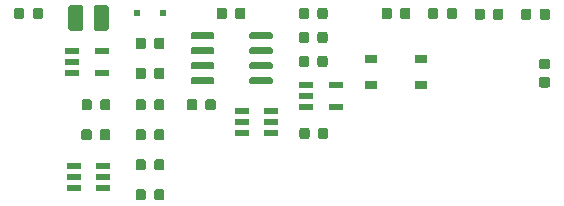
<source format=gbr>
G04 #@! TF.GenerationSoftware,KiCad,Pcbnew,(5.1.5)-3*
G04 #@! TF.CreationDate,2020-10-19T00:58:10-04:00*
G04 #@! TF.ProjectId,Updifier,55706469-6669-4657-922e-6b696361645f,rev?*
G04 #@! TF.SameCoordinates,Original*
G04 #@! TF.FileFunction,Paste,Top*
G04 #@! TF.FilePolarity,Positive*
%FSLAX46Y46*%
G04 Gerber Fmt 4.6, Leading zero omitted, Abs format (unit mm)*
G04 Created by KiCad (PCBNEW (5.1.5)-3) date 2020-10-19 00:58:10*
%MOMM*%
%LPD*%
G04 APERTURE LIST*
%ADD10C,0.100000*%
%ADD11R,1.200000X0.600000*%
%ADD12R,1.050000X0.650000*%
%ADD13R,0.500000X0.500000*%
%ADD14R,1.250000X0.600000*%
G04 APERTURE END LIST*
D10*
G36*
X72401691Y-24354553D02*
G01*
X72422926Y-24357703D01*
X72443750Y-24362919D01*
X72463962Y-24370151D01*
X72483368Y-24379330D01*
X72501781Y-24390366D01*
X72519024Y-24403154D01*
X72534930Y-24417570D01*
X72549346Y-24433476D01*
X72562134Y-24450719D01*
X72573170Y-24469132D01*
X72582349Y-24488538D01*
X72589581Y-24508750D01*
X72594797Y-24529574D01*
X72597947Y-24550809D01*
X72599000Y-24572250D01*
X72599000Y-25084750D01*
X72597947Y-25106191D01*
X72594797Y-25127426D01*
X72589581Y-25148250D01*
X72582349Y-25168462D01*
X72573170Y-25187868D01*
X72562134Y-25206281D01*
X72549346Y-25223524D01*
X72534930Y-25239430D01*
X72519024Y-25253846D01*
X72501781Y-25266634D01*
X72483368Y-25277670D01*
X72463962Y-25286849D01*
X72443750Y-25294081D01*
X72422926Y-25299297D01*
X72401691Y-25302447D01*
X72380250Y-25303500D01*
X71942750Y-25303500D01*
X71921309Y-25302447D01*
X71900074Y-25299297D01*
X71879250Y-25294081D01*
X71859038Y-25286849D01*
X71839632Y-25277670D01*
X71821219Y-25266634D01*
X71803976Y-25253846D01*
X71788070Y-25239430D01*
X71773654Y-25223524D01*
X71760866Y-25206281D01*
X71749830Y-25187868D01*
X71740651Y-25168462D01*
X71733419Y-25148250D01*
X71728203Y-25127426D01*
X71725053Y-25106191D01*
X71724000Y-25084750D01*
X71724000Y-24572250D01*
X71725053Y-24550809D01*
X71728203Y-24529574D01*
X71733419Y-24508750D01*
X71740651Y-24488538D01*
X71749830Y-24469132D01*
X71760866Y-24450719D01*
X71773654Y-24433476D01*
X71788070Y-24417570D01*
X71803976Y-24403154D01*
X71821219Y-24390366D01*
X71839632Y-24379330D01*
X71859038Y-24370151D01*
X71879250Y-24362919D01*
X71900074Y-24357703D01*
X71921309Y-24354553D01*
X71942750Y-24353500D01*
X72380250Y-24353500D01*
X72401691Y-24354553D01*
G37*
G36*
X70826691Y-24354553D02*
G01*
X70847926Y-24357703D01*
X70868750Y-24362919D01*
X70888962Y-24370151D01*
X70908368Y-24379330D01*
X70926781Y-24390366D01*
X70944024Y-24403154D01*
X70959930Y-24417570D01*
X70974346Y-24433476D01*
X70987134Y-24450719D01*
X70998170Y-24469132D01*
X71007349Y-24488538D01*
X71014581Y-24508750D01*
X71019797Y-24529574D01*
X71022947Y-24550809D01*
X71024000Y-24572250D01*
X71024000Y-25084750D01*
X71022947Y-25106191D01*
X71019797Y-25127426D01*
X71014581Y-25148250D01*
X71007349Y-25168462D01*
X70998170Y-25187868D01*
X70987134Y-25206281D01*
X70974346Y-25223524D01*
X70959930Y-25239430D01*
X70944024Y-25253846D01*
X70926781Y-25266634D01*
X70908368Y-25277670D01*
X70888962Y-25286849D01*
X70868750Y-25294081D01*
X70847926Y-25299297D01*
X70826691Y-25302447D01*
X70805250Y-25303500D01*
X70367750Y-25303500D01*
X70346309Y-25302447D01*
X70325074Y-25299297D01*
X70304250Y-25294081D01*
X70284038Y-25286849D01*
X70264632Y-25277670D01*
X70246219Y-25266634D01*
X70228976Y-25253846D01*
X70213070Y-25239430D01*
X70198654Y-25223524D01*
X70185866Y-25206281D01*
X70174830Y-25187868D01*
X70165651Y-25168462D01*
X70158419Y-25148250D01*
X70153203Y-25127426D01*
X70150053Y-25106191D01*
X70149000Y-25084750D01*
X70149000Y-24572250D01*
X70150053Y-24550809D01*
X70153203Y-24529574D01*
X70158419Y-24508750D01*
X70165651Y-24488538D01*
X70174830Y-24469132D01*
X70185866Y-24450719D01*
X70198654Y-24433476D01*
X70213070Y-24417570D01*
X70228976Y-24403154D01*
X70246219Y-24390366D01*
X70264632Y-24379330D01*
X70284038Y-24370151D01*
X70304250Y-24362919D01*
X70325074Y-24357703D01*
X70346309Y-24354553D01*
X70367750Y-24353500D01*
X70805250Y-24353500D01*
X70826691Y-24354553D01*
G37*
G36*
X33412691Y-24291053D02*
G01*
X33433926Y-24294203D01*
X33454750Y-24299419D01*
X33474962Y-24306651D01*
X33494368Y-24315830D01*
X33512781Y-24326866D01*
X33530024Y-24339654D01*
X33545930Y-24354070D01*
X33560346Y-24369976D01*
X33573134Y-24387219D01*
X33584170Y-24405632D01*
X33593349Y-24425038D01*
X33600581Y-24445250D01*
X33605797Y-24466074D01*
X33608947Y-24487309D01*
X33610000Y-24508750D01*
X33610000Y-25021250D01*
X33608947Y-25042691D01*
X33605797Y-25063926D01*
X33600581Y-25084750D01*
X33593349Y-25104962D01*
X33584170Y-25124368D01*
X33573134Y-25142781D01*
X33560346Y-25160024D01*
X33545930Y-25175930D01*
X33530024Y-25190346D01*
X33512781Y-25203134D01*
X33494368Y-25214170D01*
X33474962Y-25223349D01*
X33454750Y-25230581D01*
X33433926Y-25235797D01*
X33412691Y-25238947D01*
X33391250Y-25240000D01*
X32953750Y-25240000D01*
X32932309Y-25238947D01*
X32911074Y-25235797D01*
X32890250Y-25230581D01*
X32870038Y-25223349D01*
X32850632Y-25214170D01*
X32832219Y-25203134D01*
X32814976Y-25190346D01*
X32799070Y-25175930D01*
X32784654Y-25160024D01*
X32771866Y-25142781D01*
X32760830Y-25124368D01*
X32751651Y-25104962D01*
X32744419Y-25084750D01*
X32739203Y-25063926D01*
X32736053Y-25042691D01*
X32735000Y-25021250D01*
X32735000Y-24508750D01*
X32736053Y-24487309D01*
X32739203Y-24466074D01*
X32744419Y-24445250D01*
X32751651Y-24425038D01*
X32760830Y-24405632D01*
X32771866Y-24387219D01*
X32784654Y-24369976D01*
X32799070Y-24354070D01*
X32814976Y-24339654D01*
X32832219Y-24326866D01*
X32850632Y-24315830D01*
X32870038Y-24306651D01*
X32890250Y-24299419D01*
X32911074Y-24294203D01*
X32932309Y-24291053D01*
X32953750Y-24290000D01*
X33391250Y-24290000D01*
X33412691Y-24291053D01*
G37*
G36*
X31837691Y-24291053D02*
G01*
X31858926Y-24294203D01*
X31879750Y-24299419D01*
X31899962Y-24306651D01*
X31919368Y-24315830D01*
X31937781Y-24326866D01*
X31955024Y-24339654D01*
X31970930Y-24354070D01*
X31985346Y-24369976D01*
X31998134Y-24387219D01*
X32009170Y-24405632D01*
X32018349Y-24425038D01*
X32025581Y-24445250D01*
X32030797Y-24466074D01*
X32033947Y-24487309D01*
X32035000Y-24508750D01*
X32035000Y-25021250D01*
X32033947Y-25042691D01*
X32030797Y-25063926D01*
X32025581Y-25084750D01*
X32018349Y-25104962D01*
X32009170Y-25124368D01*
X31998134Y-25142781D01*
X31985346Y-25160024D01*
X31970930Y-25175930D01*
X31955024Y-25190346D01*
X31937781Y-25203134D01*
X31919368Y-25214170D01*
X31899962Y-25223349D01*
X31879750Y-25230581D01*
X31858926Y-25235797D01*
X31837691Y-25238947D01*
X31816250Y-25240000D01*
X31378750Y-25240000D01*
X31357309Y-25238947D01*
X31336074Y-25235797D01*
X31315250Y-25230581D01*
X31295038Y-25223349D01*
X31275632Y-25214170D01*
X31257219Y-25203134D01*
X31239976Y-25190346D01*
X31224070Y-25175930D01*
X31209654Y-25160024D01*
X31196866Y-25142781D01*
X31185830Y-25124368D01*
X31176651Y-25104962D01*
X31169419Y-25084750D01*
X31164203Y-25063926D01*
X31161053Y-25042691D01*
X31160000Y-25021250D01*
X31160000Y-24508750D01*
X31161053Y-24487309D01*
X31164203Y-24466074D01*
X31169419Y-24445250D01*
X31176651Y-24425038D01*
X31185830Y-24405632D01*
X31196866Y-24387219D01*
X31209654Y-24369976D01*
X31224070Y-24354070D01*
X31239976Y-24339654D01*
X31257219Y-24326866D01*
X31275632Y-24315830D01*
X31295038Y-24306651D01*
X31315250Y-24299419D01*
X31336074Y-24294203D01*
X31357309Y-24291053D01*
X31378750Y-24290000D01*
X31816250Y-24290000D01*
X31837691Y-24291053D01*
G37*
G36*
X48043191Y-32038053D02*
G01*
X48064426Y-32041203D01*
X48085250Y-32046419D01*
X48105462Y-32053651D01*
X48124868Y-32062830D01*
X48143281Y-32073866D01*
X48160524Y-32086654D01*
X48176430Y-32101070D01*
X48190846Y-32116976D01*
X48203634Y-32134219D01*
X48214670Y-32152632D01*
X48223849Y-32172038D01*
X48231081Y-32192250D01*
X48236297Y-32213074D01*
X48239447Y-32234309D01*
X48240500Y-32255750D01*
X48240500Y-32768250D01*
X48239447Y-32789691D01*
X48236297Y-32810926D01*
X48231081Y-32831750D01*
X48223849Y-32851962D01*
X48214670Y-32871368D01*
X48203634Y-32889781D01*
X48190846Y-32907024D01*
X48176430Y-32922930D01*
X48160524Y-32937346D01*
X48143281Y-32950134D01*
X48124868Y-32961170D01*
X48105462Y-32970349D01*
X48085250Y-32977581D01*
X48064426Y-32982797D01*
X48043191Y-32985947D01*
X48021750Y-32987000D01*
X47584250Y-32987000D01*
X47562809Y-32985947D01*
X47541574Y-32982797D01*
X47520750Y-32977581D01*
X47500538Y-32970349D01*
X47481132Y-32961170D01*
X47462719Y-32950134D01*
X47445476Y-32937346D01*
X47429570Y-32922930D01*
X47415154Y-32907024D01*
X47402366Y-32889781D01*
X47391330Y-32871368D01*
X47382151Y-32851962D01*
X47374919Y-32831750D01*
X47369703Y-32810926D01*
X47366553Y-32789691D01*
X47365500Y-32768250D01*
X47365500Y-32255750D01*
X47366553Y-32234309D01*
X47369703Y-32213074D01*
X47374919Y-32192250D01*
X47382151Y-32172038D01*
X47391330Y-32152632D01*
X47402366Y-32134219D01*
X47415154Y-32116976D01*
X47429570Y-32101070D01*
X47445476Y-32086654D01*
X47462719Y-32073866D01*
X47481132Y-32062830D01*
X47500538Y-32053651D01*
X47520750Y-32046419D01*
X47541574Y-32041203D01*
X47562809Y-32038053D01*
X47584250Y-32037000D01*
X48021750Y-32037000D01*
X48043191Y-32038053D01*
G37*
G36*
X46468191Y-32038053D02*
G01*
X46489426Y-32041203D01*
X46510250Y-32046419D01*
X46530462Y-32053651D01*
X46549868Y-32062830D01*
X46568281Y-32073866D01*
X46585524Y-32086654D01*
X46601430Y-32101070D01*
X46615846Y-32116976D01*
X46628634Y-32134219D01*
X46639670Y-32152632D01*
X46648849Y-32172038D01*
X46656081Y-32192250D01*
X46661297Y-32213074D01*
X46664447Y-32234309D01*
X46665500Y-32255750D01*
X46665500Y-32768250D01*
X46664447Y-32789691D01*
X46661297Y-32810926D01*
X46656081Y-32831750D01*
X46648849Y-32851962D01*
X46639670Y-32871368D01*
X46628634Y-32889781D01*
X46615846Y-32907024D01*
X46601430Y-32922930D01*
X46585524Y-32937346D01*
X46568281Y-32950134D01*
X46549868Y-32961170D01*
X46530462Y-32970349D01*
X46510250Y-32977581D01*
X46489426Y-32982797D01*
X46468191Y-32985947D01*
X46446750Y-32987000D01*
X46009250Y-32987000D01*
X45987809Y-32985947D01*
X45966574Y-32982797D01*
X45945750Y-32977581D01*
X45925538Y-32970349D01*
X45906132Y-32961170D01*
X45887719Y-32950134D01*
X45870476Y-32937346D01*
X45854570Y-32922930D01*
X45840154Y-32907024D01*
X45827366Y-32889781D01*
X45816330Y-32871368D01*
X45807151Y-32851962D01*
X45799919Y-32831750D01*
X45794703Y-32810926D01*
X45791553Y-32789691D01*
X45790500Y-32768250D01*
X45790500Y-32255750D01*
X45791553Y-32234309D01*
X45794703Y-32213074D01*
X45799919Y-32192250D01*
X45807151Y-32172038D01*
X45816330Y-32152632D01*
X45827366Y-32134219D01*
X45840154Y-32116976D01*
X45854570Y-32101070D01*
X45870476Y-32086654D01*
X45887719Y-32073866D01*
X45906132Y-32062830D01*
X45925538Y-32053651D01*
X45945750Y-32046419D01*
X45966574Y-32041203D01*
X45987809Y-32038053D01*
X46009250Y-32037000D01*
X46446750Y-32037000D01*
X46468191Y-32038053D01*
G37*
G36*
X37552691Y-32038053D02*
G01*
X37573926Y-32041203D01*
X37594750Y-32046419D01*
X37614962Y-32053651D01*
X37634368Y-32062830D01*
X37652781Y-32073866D01*
X37670024Y-32086654D01*
X37685930Y-32101070D01*
X37700346Y-32116976D01*
X37713134Y-32134219D01*
X37724170Y-32152632D01*
X37733349Y-32172038D01*
X37740581Y-32192250D01*
X37745797Y-32213074D01*
X37748947Y-32234309D01*
X37750000Y-32255750D01*
X37750000Y-32768250D01*
X37748947Y-32789691D01*
X37745797Y-32810926D01*
X37740581Y-32831750D01*
X37733349Y-32851962D01*
X37724170Y-32871368D01*
X37713134Y-32889781D01*
X37700346Y-32907024D01*
X37685930Y-32922930D01*
X37670024Y-32937346D01*
X37652781Y-32950134D01*
X37634368Y-32961170D01*
X37614962Y-32970349D01*
X37594750Y-32977581D01*
X37573926Y-32982797D01*
X37552691Y-32985947D01*
X37531250Y-32987000D01*
X37093750Y-32987000D01*
X37072309Y-32985947D01*
X37051074Y-32982797D01*
X37030250Y-32977581D01*
X37010038Y-32970349D01*
X36990632Y-32961170D01*
X36972219Y-32950134D01*
X36954976Y-32937346D01*
X36939070Y-32922930D01*
X36924654Y-32907024D01*
X36911866Y-32889781D01*
X36900830Y-32871368D01*
X36891651Y-32851962D01*
X36884419Y-32831750D01*
X36879203Y-32810926D01*
X36876053Y-32789691D01*
X36875000Y-32768250D01*
X36875000Y-32255750D01*
X36876053Y-32234309D01*
X36879203Y-32213074D01*
X36884419Y-32192250D01*
X36891651Y-32172038D01*
X36900830Y-32152632D01*
X36911866Y-32134219D01*
X36924654Y-32116976D01*
X36939070Y-32101070D01*
X36954976Y-32086654D01*
X36972219Y-32073866D01*
X36990632Y-32062830D01*
X37010038Y-32053651D01*
X37030250Y-32046419D01*
X37051074Y-32041203D01*
X37072309Y-32038053D01*
X37093750Y-32037000D01*
X37531250Y-32037000D01*
X37552691Y-32038053D01*
G37*
G36*
X39127691Y-32038053D02*
G01*
X39148926Y-32041203D01*
X39169750Y-32046419D01*
X39189962Y-32053651D01*
X39209368Y-32062830D01*
X39227781Y-32073866D01*
X39245024Y-32086654D01*
X39260930Y-32101070D01*
X39275346Y-32116976D01*
X39288134Y-32134219D01*
X39299170Y-32152632D01*
X39308349Y-32172038D01*
X39315581Y-32192250D01*
X39320797Y-32213074D01*
X39323947Y-32234309D01*
X39325000Y-32255750D01*
X39325000Y-32768250D01*
X39323947Y-32789691D01*
X39320797Y-32810926D01*
X39315581Y-32831750D01*
X39308349Y-32851962D01*
X39299170Y-32871368D01*
X39288134Y-32889781D01*
X39275346Y-32907024D01*
X39260930Y-32922930D01*
X39245024Y-32937346D01*
X39227781Y-32950134D01*
X39209368Y-32961170D01*
X39189962Y-32970349D01*
X39169750Y-32977581D01*
X39148926Y-32982797D01*
X39127691Y-32985947D01*
X39106250Y-32987000D01*
X38668750Y-32987000D01*
X38647309Y-32985947D01*
X38626074Y-32982797D01*
X38605250Y-32977581D01*
X38585038Y-32970349D01*
X38565632Y-32961170D01*
X38547219Y-32950134D01*
X38529976Y-32937346D01*
X38514070Y-32922930D01*
X38499654Y-32907024D01*
X38486866Y-32889781D01*
X38475830Y-32871368D01*
X38466651Y-32851962D01*
X38459419Y-32831750D01*
X38454203Y-32810926D01*
X38451053Y-32789691D01*
X38450000Y-32768250D01*
X38450000Y-32255750D01*
X38451053Y-32234309D01*
X38454203Y-32213074D01*
X38459419Y-32192250D01*
X38466651Y-32172038D01*
X38475830Y-32152632D01*
X38486866Y-32134219D01*
X38499654Y-32116976D01*
X38514070Y-32101070D01*
X38529976Y-32086654D01*
X38547219Y-32073866D01*
X38565632Y-32062830D01*
X38585038Y-32053651D01*
X38605250Y-32046419D01*
X38626074Y-32041203D01*
X38647309Y-32038053D01*
X38668750Y-32037000D01*
X39106250Y-32037000D01*
X39127691Y-32038053D01*
G37*
G36*
X57517191Y-24291053D02*
G01*
X57538426Y-24294203D01*
X57559250Y-24299419D01*
X57579462Y-24306651D01*
X57598868Y-24315830D01*
X57617281Y-24326866D01*
X57634524Y-24339654D01*
X57650430Y-24354070D01*
X57664846Y-24369976D01*
X57677634Y-24387219D01*
X57688670Y-24405632D01*
X57697849Y-24425038D01*
X57705081Y-24445250D01*
X57710297Y-24466074D01*
X57713447Y-24487309D01*
X57714500Y-24508750D01*
X57714500Y-25021250D01*
X57713447Y-25042691D01*
X57710297Y-25063926D01*
X57705081Y-25084750D01*
X57697849Y-25104962D01*
X57688670Y-25124368D01*
X57677634Y-25142781D01*
X57664846Y-25160024D01*
X57650430Y-25175930D01*
X57634524Y-25190346D01*
X57617281Y-25203134D01*
X57598868Y-25214170D01*
X57579462Y-25223349D01*
X57559250Y-25230581D01*
X57538426Y-25235797D01*
X57517191Y-25238947D01*
X57495750Y-25240000D01*
X57058250Y-25240000D01*
X57036809Y-25238947D01*
X57015574Y-25235797D01*
X56994750Y-25230581D01*
X56974538Y-25223349D01*
X56955132Y-25214170D01*
X56936719Y-25203134D01*
X56919476Y-25190346D01*
X56903570Y-25175930D01*
X56889154Y-25160024D01*
X56876366Y-25142781D01*
X56865330Y-25124368D01*
X56856151Y-25104962D01*
X56848919Y-25084750D01*
X56843703Y-25063926D01*
X56840553Y-25042691D01*
X56839500Y-25021250D01*
X56839500Y-24508750D01*
X56840553Y-24487309D01*
X56843703Y-24466074D01*
X56848919Y-24445250D01*
X56856151Y-24425038D01*
X56865330Y-24405632D01*
X56876366Y-24387219D01*
X56889154Y-24369976D01*
X56903570Y-24354070D01*
X56919476Y-24339654D01*
X56936719Y-24326866D01*
X56955132Y-24315830D01*
X56974538Y-24306651D01*
X56994750Y-24299419D01*
X57015574Y-24294203D01*
X57036809Y-24291053D01*
X57058250Y-24290000D01*
X57495750Y-24290000D01*
X57517191Y-24291053D01*
G37*
G36*
X55942191Y-24291053D02*
G01*
X55963426Y-24294203D01*
X55984250Y-24299419D01*
X56004462Y-24306651D01*
X56023868Y-24315830D01*
X56042281Y-24326866D01*
X56059524Y-24339654D01*
X56075430Y-24354070D01*
X56089846Y-24369976D01*
X56102634Y-24387219D01*
X56113670Y-24405632D01*
X56122849Y-24425038D01*
X56130081Y-24445250D01*
X56135297Y-24466074D01*
X56138447Y-24487309D01*
X56139500Y-24508750D01*
X56139500Y-25021250D01*
X56138447Y-25042691D01*
X56135297Y-25063926D01*
X56130081Y-25084750D01*
X56122849Y-25104962D01*
X56113670Y-25124368D01*
X56102634Y-25142781D01*
X56089846Y-25160024D01*
X56075430Y-25175930D01*
X56059524Y-25190346D01*
X56042281Y-25203134D01*
X56023868Y-25214170D01*
X56004462Y-25223349D01*
X55984250Y-25230581D01*
X55963426Y-25235797D01*
X55942191Y-25238947D01*
X55920750Y-25240000D01*
X55483250Y-25240000D01*
X55461809Y-25238947D01*
X55440574Y-25235797D01*
X55419750Y-25230581D01*
X55399538Y-25223349D01*
X55380132Y-25214170D01*
X55361719Y-25203134D01*
X55344476Y-25190346D01*
X55328570Y-25175930D01*
X55314154Y-25160024D01*
X55301366Y-25142781D01*
X55290330Y-25124368D01*
X55281151Y-25104962D01*
X55273919Y-25084750D01*
X55268703Y-25063926D01*
X55265553Y-25042691D01*
X55264500Y-25021250D01*
X55264500Y-24508750D01*
X55265553Y-24487309D01*
X55268703Y-24466074D01*
X55273919Y-24445250D01*
X55281151Y-24425038D01*
X55290330Y-24405632D01*
X55301366Y-24387219D01*
X55314154Y-24369976D01*
X55328570Y-24354070D01*
X55344476Y-24339654D01*
X55361719Y-24326866D01*
X55380132Y-24315830D01*
X55399538Y-24306651D01*
X55419750Y-24299419D01*
X55440574Y-24294203D01*
X55461809Y-24291053D01*
X55483250Y-24290000D01*
X55920750Y-24290000D01*
X55942191Y-24291053D01*
G37*
G36*
X42124691Y-32038053D02*
G01*
X42145926Y-32041203D01*
X42166750Y-32046419D01*
X42186962Y-32053651D01*
X42206368Y-32062830D01*
X42224781Y-32073866D01*
X42242024Y-32086654D01*
X42257930Y-32101070D01*
X42272346Y-32116976D01*
X42285134Y-32134219D01*
X42296170Y-32152632D01*
X42305349Y-32172038D01*
X42312581Y-32192250D01*
X42317797Y-32213074D01*
X42320947Y-32234309D01*
X42322000Y-32255750D01*
X42322000Y-32768250D01*
X42320947Y-32789691D01*
X42317797Y-32810926D01*
X42312581Y-32831750D01*
X42305349Y-32851962D01*
X42296170Y-32871368D01*
X42285134Y-32889781D01*
X42272346Y-32907024D01*
X42257930Y-32922930D01*
X42242024Y-32937346D01*
X42224781Y-32950134D01*
X42206368Y-32961170D01*
X42186962Y-32970349D01*
X42166750Y-32977581D01*
X42145926Y-32982797D01*
X42124691Y-32985947D01*
X42103250Y-32987000D01*
X41665750Y-32987000D01*
X41644309Y-32985947D01*
X41623074Y-32982797D01*
X41602250Y-32977581D01*
X41582038Y-32970349D01*
X41562632Y-32961170D01*
X41544219Y-32950134D01*
X41526976Y-32937346D01*
X41511070Y-32922930D01*
X41496654Y-32907024D01*
X41483866Y-32889781D01*
X41472830Y-32871368D01*
X41463651Y-32851962D01*
X41456419Y-32831750D01*
X41451203Y-32810926D01*
X41448053Y-32789691D01*
X41447000Y-32768250D01*
X41447000Y-32255750D01*
X41448053Y-32234309D01*
X41451203Y-32213074D01*
X41456419Y-32192250D01*
X41463651Y-32172038D01*
X41472830Y-32152632D01*
X41483866Y-32134219D01*
X41496654Y-32116976D01*
X41511070Y-32101070D01*
X41526976Y-32086654D01*
X41544219Y-32073866D01*
X41562632Y-32062830D01*
X41582038Y-32053651D01*
X41602250Y-32046419D01*
X41623074Y-32041203D01*
X41644309Y-32038053D01*
X41665750Y-32037000D01*
X42103250Y-32037000D01*
X42124691Y-32038053D01*
G37*
G36*
X43699691Y-32038053D02*
G01*
X43720926Y-32041203D01*
X43741750Y-32046419D01*
X43761962Y-32053651D01*
X43781368Y-32062830D01*
X43799781Y-32073866D01*
X43817024Y-32086654D01*
X43832930Y-32101070D01*
X43847346Y-32116976D01*
X43860134Y-32134219D01*
X43871170Y-32152632D01*
X43880349Y-32172038D01*
X43887581Y-32192250D01*
X43892797Y-32213074D01*
X43895947Y-32234309D01*
X43897000Y-32255750D01*
X43897000Y-32768250D01*
X43895947Y-32789691D01*
X43892797Y-32810926D01*
X43887581Y-32831750D01*
X43880349Y-32851962D01*
X43871170Y-32871368D01*
X43860134Y-32889781D01*
X43847346Y-32907024D01*
X43832930Y-32922930D01*
X43817024Y-32937346D01*
X43799781Y-32950134D01*
X43781368Y-32961170D01*
X43761962Y-32970349D01*
X43741750Y-32977581D01*
X43720926Y-32982797D01*
X43699691Y-32985947D01*
X43678250Y-32987000D01*
X43240750Y-32987000D01*
X43219309Y-32985947D01*
X43198074Y-32982797D01*
X43177250Y-32977581D01*
X43157038Y-32970349D01*
X43137632Y-32961170D01*
X43119219Y-32950134D01*
X43101976Y-32937346D01*
X43086070Y-32922930D01*
X43071654Y-32907024D01*
X43058866Y-32889781D01*
X43047830Y-32871368D01*
X43038651Y-32851962D01*
X43031419Y-32831750D01*
X43026203Y-32810926D01*
X43023053Y-32789691D01*
X43022000Y-32768250D01*
X43022000Y-32255750D01*
X43023053Y-32234309D01*
X43026203Y-32213074D01*
X43031419Y-32192250D01*
X43038651Y-32172038D01*
X43047830Y-32152632D01*
X43058866Y-32134219D01*
X43071654Y-32116976D01*
X43086070Y-32101070D01*
X43101976Y-32086654D01*
X43119219Y-32073866D01*
X43137632Y-32062830D01*
X43157038Y-32053651D01*
X43177250Y-32046419D01*
X43198074Y-32041203D01*
X43219309Y-32038053D01*
X43240750Y-32037000D01*
X43678250Y-32037000D01*
X43699691Y-32038053D01*
G37*
G36*
X55993191Y-34451053D02*
G01*
X56014426Y-34454203D01*
X56035250Y-34459419D01*
X56055462Y-34466651D01*
X56074868Y-34475830D01*
X56093281Y-34486866D01*
X56110524Y-34499654D01*
X56126430Y-34514070D01*
X56140846Y-34529976D01*
X56153634Y-34547219D01*
X56164670Y-34565632D01*
X56173849Y-34585038D01*
X56181081Y-34605250D01*
X56186297Y-34626074D01*
X56189447Y-34647309D01*
X56190500Y-34668750D01*
X56190500Y-35181250D01*
X56189447Y-35202691D01*
X56186297Y-35223926D01*
X56181081Y-35244750D01*
X56173849Y-35264962D01*
X56164670Y-35284368D01*
X56153634Y-35302781D01*
X56140846Y-35320024D01*
X56126430Y-35335930D01*
X56110524Y-35350346D01*
X56093281Y-35363134D01*
X56074868Y-35374170D01*
X56055462Y-35383349D01*
X56035250Y-35390581D01*
X56014426Y-35395797D01*
X55993191Y-35398947D01*
X55971750Y-35400000D01*
X55534250Y-35400000D01*
X55512809Y-35398947D01*
X55491574Y-35395797D01*
X55470750Y-35390581D01*
X55450538Y-35383349D01*
X55431132Y-35374170D01*
X55412719Y-35363134D01*
X55395476Y-35350346D01*
X55379570Y-35335930D01*
X55365154Y-35320024D01*
X55352366Y-35302781D01*
X55341330Y-35284368D01*
X55332151Y-35264962D01*
X55324919Y-35244750D01*
X55319703Y-35223926D01*
X55316553Y-35202691D01*
X55315500Y-35181250D01*
X55315500Y-34668750D01*
X55316553Y-34647309D01*
X55319703Y-34626074D01*
X55324919Y-34605250D01*
X55332151Y-34585038D01*
X55341330Y-34565632D01*
X55352366Y-34547219D01*
X55365154Y-34529976D01*
X55379570Y-34514070D01*
X55395476Y-34499654D01*
X55412719Y-34486866D01*
X55431132Y-34475830D01*
X55450538Y-34466651D01*
X55470750Y-34459419D01*
X55491574Y-34454203D01*
X55512809Y-34451053D01*
X55534250Y-34450000D01*
X55971750Y-34450000D01*
X55993191Y-34451053D01*
G37*
G36*
X57568191Y-34451053D02*
G01*
X57589426Y-34454203D01*
X57610250Y-34459419D01*
X57630462Y-34466651D01*
X57649868Y-34475830D01*
X57668281Y-34486866D01*
X57685524Y-34499654D01*
X57701430Y-34514070D01*
X57715846Y-34529976D01*
X57728634Y-34547219D01*
X57739670Y-34565632D01*
X57748849Y-34585038D01*
X57756081Y-34605250D01*
X57761297Y-34626074D01*
X57764447Y-34647309D01*
X57765500Y-34668750D01*
X57765500Y-35181250D01*
X57764447Y-35202691D01*
X57761297Y-35223926D01*
X57756081Y-35244750D01*
X57748849Y-35264962D01*
X57739670Y-35284368D01*
X57728634Y-35302781D01*
X57715846Y-35320024D01*
X57701430Y-35335930D01*
X57685524Y-35350346D01*
X57668281Y-35363134D01*
X57649868Y-35374170D01*
X57630462Y-35383349D01*
X57610250Y-35390581D01*
X57589426Y-35395797D01*
X57568191Y-35398947D01*
X57546750Y-35400000D01*
X57109250Y-35400000D01*
X57087809Y-35398947D01*
X57066574Y-35395797D01*
X57045750Y-35390581D01*
X57025538Y-35383349D01*
X57006132Y-35374170D01*
X56987719Y-35363134D01*
X56970476Y-35350346D01*
X56954570Y-35335930D01*
X56940154Y-35320024D01*
X56927366Y-35302781D01*
X56916330Y-35284368D01*
X56907151Y-35264962D01*
X56899919Y-35244750D01*
X56894703Y-35223926D01*
X56891553Y-35202691D01*
X56890500Y-35181250D01*
X56890500Y-34668750D01*
X56891553Y-34647309D01*
X56894703Y-34626074D01*
X56899919Y-34605250D01*
X56907151Y-34585038D01*
X56916330Y-34565632D01*
X56927366Y-34547219D01*
X56940154Y-34529976D01*
X56954570Y-34514070D01*
X56970476Y-34499654D01*
X56987719Y-34486866D01*
X57006132Y-34475830D01*
X57025538Y-34466651D01*
X57045750Y-34459419D01*
X57066574Y-34454203D01*
X57087809Y-34451053D01*
X57109250Y-34450000D01*
X57546750Y-34450000D01*
X57568191Y-34451053D01*
G37*
G36*
X43699691Y-34578053D02*
G01*
X43720926Y-34581203D01*
X43741750Y-34586419D01*
X43761962Y-34593651D01*
X43781368Y-34602830D01*
X43799781Y-34613866D01*
X43817024Y-34626654D01*
X43832930Y-34641070D01*
X43847346Y-34656976D01*
X43860134Y-34674219D01*
X43871170Y-34692632D01*
X43880349Y-34712038D01*
X43887581Y-34732250D01*
X43892797Y-34753074D01*
X43895947Y-34774309D01*
X43897000Y-34795750D01*
X43897000Y-35308250D01*
X43895947Y-35329691D01*
X43892797Y-35350926D01*
X43887581Y-35371750D01*
X43880349Y-35391962D01*
X43871170Y-35411368D01*
X43860134Y-35429781D01*
X43847346Y-35447024D01*
X43832930Y-35462930D01*
X43817024Y-35477346D01*
X43799781Y-35490134D01*
X43781368Y-35501170D01*
X43761962Y-35510349D01*
X43741750Y-35517581D01*
X43720926Y-35522797D01*
X43699691Y-35525947D01*
X43678250Y-35527000D01*
X43240750Y-35527000D01*
X43219309Y-35525947D01*
X43198074Y-35522797D01*
X43177250Y-35517581D01*
X43157038Y-35510349D01*
X43137632Y-35501170D01*
X43119219Y-35490134D01*
X43101976Y-35477346D01*
X43086070Y-35462930D01*
X43071654Y-35447024D01*
X43058866Y-35429781D01*
X43047830Y-35411368D01*
X43038651Y-35391962D01*
X43031419Y-35371750D01*
X43026203Y-35350926D01*
X43023053Y-35329691D01*
X43022000Y-35308250D01*
X43022000Y-34795750D01*
X43023053Y-34774309D01*
X43026203Y-34753074D01*
X43031419Y-34732250D01*
X43038651Y-34712038D01*
X43047830Y-34692632D01*
X43058866Y-34674219D01*
X43071654Y-34656976D01*
X43086070Y-34641070D01*
X43101976Y-34626654D01*
X43119219Y-34613866D01*
X43137632Y-34602830D01*
X43157038Y-34593651D01*
X43177250Y-34586419D01*
X43198074Y-34581203D01*
X43219309Y-34578053D01*
X43240750Y-34577000D01*
X43678250Y-34577000D01*
X43699691Y-34578053D01*
G37*
G36*
X42124691Y-34578053D02*
G01*
X42145926Y-34581203D01*
X42166750Y-34586419D01*
X42186962Y-34593651D01*
X42206368Y-34602830D01*
X42224781Y-34613866D01*
X42242024Y-34626654D01*
X42257930Y-34641070D01*
X42272346Y-34656976D01*
X42285134Y-34674219D01*
X42296170Y-34692632D01*
X42305349Y-34712038D01*
X42312581Y-34732250D01*
X42317797Y-34753074D01*
X42320947Y-34774309D01*
X42322000Y-34795750D01*
X42322000Y-35308250D01*
X42320947Y-35329691D01*
X42317797Y-35350926D01*
X42312581Y-35371750D01*
X42305349Y-35391962D01*
X42296170Y-35411368D01*
X42285134Y-35429781D01*
X42272346Y-35447024D01*
X42257930Y-35462930D01*
X42242024Y-35477346D01*
X42224781Y-35490134D01*
X42206368Y-35501170D01*
X42186962Y-35510349D01*
X42166750Y-35517581D01*
X42145926Y-35522797D01*
X42124691Y-35525947D01*
X42103250Y-35527000D01*
X41665750Y-35527000D01*
X41644309Y-35525947D01*
X41623074Y-35522797D01*
X41602250Y-35517581D01*
X41582038Y-35510349D01*
X41562632Y-35501170D01*
X41544219Y-35490134D01*
X41526976Y-35477346D01*
X41511070Y-35462930D01*
X41496654Y-35447024D01*
X41483866Y-35429781D01*
X41472830Y-35411368D01*
X41463651Y-35391962D01*
X41456419Y-35371750D01*
X41451203Y-35350926D01*
X41448053Y-35329691D01*
X41447000Y-35308250D01*
X41447000Y-34795750D01*
X41448053Y-34774309D01*
X41451203Y-34753074D01*
X41456419Y-34732250D01*
X41463651Y-34712038D01*
X41472830Y-34692632D01*
X41483866Y-34674219D01*
X41496654Y-34656976D01*
X41511070Y-34641070D01*
X41526976Y-34626654D01*
X41544219Y-34613866D01*
X41562632Y-34602830D01*
X41582038Y-34593651D01*
X41602250Y-34586419D01*
X41623074Y-34581203D01*
X41644309Y-34578053D01*
X41665750Y-34577000D01*
X42103250Y-34577000D01*
X42124691Y-34578053D01*
G37*
G36*
X50557691Y-24291053D02*
G01*
X50578926Y-24294203D01*
X50599750Y-24299419D01*
X50619962Y-24306651D01*
X50639368Y-24315830D01*
X50657781Y-24326866D01*
X50675024Y-24339654D01*
X50690930Y-24354070D01*
X50705346Y-24369976D01*
X50718134Y-24387219D01*
X50729170Y-24405632D01*
X50738349Y-24425038D01*
X50745581Y-24445250D01*
X50750797Y-24466074D01*
X50753947Y-24487309D01*
X50755000Y-24508750D01*
X50755000Y-25021250D01*
X50753947Y-25042691D01*
X50750797Y-25063926D01*
X50745581Y-25084750D01*
X50738349Y-25104962D01*
X50729170Y-25124368D01*
X50718134Y-25142781D01*
X50705346Y-25160024D01*
X50690930Y-25175930D01*
X50675024Y-25190346D01*
X50657781Y-25203134D01*
X50639368Y-25214170D01*
X50619962Y-25223349D01*
X50599750Y-25230581D01*
X50578926Y-25235797D01*
X50557691Y-25238947D01*
X50536250Y-25240000D01*
X50098750Y-25240000D01*
X50077309Y-25238947D01*
X50056074Y-25235797D01*
X50035250Y-25230581D01*
X50015038Y-25223349D01*
X49995632Y-25214170D01*
X49977219Y-25203134D01*
X49959976Y-25190346D01*
X49944070Y-25175930D01*
X49929654Y-25160024D01*
X49916866Y-25142781D01*
X49905830Y-25124368D01*
X49896651Y-25104962D01*
X49889419Y-25084750D01*
X49884203Y-25063926D01*
X49881053Y-25042691D01*
X49880000Y-25021250D01*
X49880000Y-24508750D01*
X49881053Y-24487309D01*
X49884203Y-24466074D01*
X49889419Y-24445250D01*
X49896651Y-24425038D01*
X49905830Y-24405632D01*
X49916866Y-24387219D01*
X49929654Y-24369976D01*
X49944070Y-24354070D01*
X49959976Y-24339654D01*
X49977219Y-24326866D01*
X49995632Y-24315830D01*
X50015038Y-24306651D01*
X50035250Y-24299419D01*
X50056074Y-24294203D01*
X50077309Y-24291053D01*
X50098750Y-24290000D01*
X50536250Y-24290000D01*
X50557691Y-24291053D01*
G37*
G36*
X48982691Y-24291053D02*
G01*
X49003926Y-24294203D01*
X49024750Y-24299419D01*
X49044962Y-24306651D01*
X49064368Y-24315830D01*
X49082781Y-24326866D01*
X49100024Y-24339654D01*
X49115930Y-24354070D01*
X49130346Y-24369976D01*
X49143134Y-24387219D01*
X49154170Y-24405632D01*
X49163349Y-24425038D01*
X49170581Y-24445250D01*
X49175797Y-24466074D01*
X49178947Y-24487309D01*
X49180000Y-24508750D01*
X49180000Y-25021250D01*
X49178947Y-25042691D01*
X49175797Y-25063926D01*
X49170581Y-25084750D01*
X49163349Y-25104962D01*
X49154170Y-25124368D01*
X49143134Y-25142781D01*
X49130346Y-25160024D01*
X49115930Y-25175930D01*
X49100024Y-25190346D01*
X49082781Y-25203134D01*
X49064368Y-25214170D01*
X49044962Y-25223349D01*
X49024750Y-25230581D01*
X49003926Y-25235797D01*
X48982691Y-25238947D01*
X48961250Y-25240000D01*
X48523750Y-25240000D01*
X48502309Y-25238947D01*
X48481074Y-25235797D01*
X48460250Y-25230581D01*
X48440038Y-25223349D01*
X48420632Y-25214170D01*
X48402219Y-25203134D01*
X48384976Y-25190346D01*
X48369070Y-25175930D01*
X48354654Y-25160024D01*
X48341866Y-25142781D01*
X48330830Y-25124368D01*
X48321651Y-25104962D01*
X48314419Y-25084750D01*
X48309203Y-25063926D01*
X48306053Y-25042691D01*
X48305000Y-25021250D01*
X48305000Y-24508750D01*
X48306053Y-24487309D01*
X48309203Y-24466074D01*
X48314419Y-24445250D01*
X48321651Y-24425038D01*
X48330830Y-24405632D01*
X48341866Y-24387219D01*
X48354654Y-24369976D01*
X48369070Y-24354070D01*
X48384976Y-24339654D01*
X48402219Y-24326866D01*
X48420632Y-24315830D01*
X48440038Y-24306651D01*
X48460250Y-24299419D01*
X48481074Y-24294203D01*
X48502309Y-24291053D01*
X48523750Y-24290000D01*
X48961250Y-24290000D01*
X48982691Y-24291053D01*
G37*
G36*
X42124691Y-29371053D02*
G01*
X42145926Y-29374203D01*
X42166750Y-29379419D01*
X42186962Y-29386651D01*
X42206368Y-29395830D01*
X42224781Y-29406866D01*
X42242024Y-29419654D01*
X42257930Y-29434070D01*
X42272346Y-29449976D01*
X42285134Y-29467219D01*
X42296170Y-29485632D01*
X42305349Y-29505038D01*
X42312581Y-29525250D01*
X42317797Y-29546074D01*
X42320947Y-29567309D01*
X42322000Y-29588750D01*
X42322000Y-30101250D01*
X42320947Y-30122691D01*
X42317797Y-30143926D01*
X42312581Y-30164750D01*
X42305349Y-30184962D01*
X42296170Y-30204368D01*
X42285134Y-30222781D01*
X42272346Y-30240024D01*
X42257930Y-30255930D01*
X42242024Y-30270346D01*
X42224781Y-30283134D01*
X42206368Y-30294170D01*
X42186962Y-30303349D01*
X42166750Y-30310581D01*
X42145926Y-30315797D01*
X42124691Y-30318947D01*
X42103250Y-30320000D01*
X41665750Y-30320000D01*
X41644309Y-30318947D01*
X41623074Y-30315797D01*
X41602250Y-30310581D01*
X41582038Y-30303349D01*
X41562632Y-30294170D01*
X41544219Y-30283134D01*
X41526976Y-30270346D01*
X41511070Y-30255930D01*
X41496654Y-30240024D01*
X41483866Y-30222781D01*
X41472830Y-30204368D01*
X41463651Y-30184962D01*
X41456419Y-30164750D01*
X41451203Y-30143926D01*
X41448053Y-30122691D01*
X41447000Y-30101250D01*
X41447000Y-29588750D01*
X41448053Y-29567309D01*
X41451203Y-29546074D01*
X41456419Y-29525250D01*
X41463651Y-29505038D01*
X41472830Y-29485632D01*
X41483866Y-29467219D01*
X41496654Y-29449976D01*
X41511070Y-29434070D01*
X41526976Y-29419654D01*
X41544219Y-29406866D01*
X41562632Y-29395830D01*
X41582038Y-29386651D01*
X41602250Y-29379419D01*
X41623074Y-29374203D01*
X41644309Y-29371053D01*
X41665750Y-29370000D01*
X42103250Y-29370000D01*
X42124691Y-29371053D01*
G37*
G36*
X43699691Y-29371053D02*
G01*
X43720926Y-29374203D01*
X43741750Y-29379419D01*
X43761962Y-29386651D01*
X43781368Y-29395830D01*
X43799781Y-29406866D01*
X43817024Y-29419654D01*
X43832930Y-29434070D01*
X43847346Y-29449976D01*
X43860134Y-29467219D01*
X43871170Y-29485632D01*
X43880349Y-29505038D01*
X43887581Y-29525250D01*
X43892797Y-29546074D01*
X43895947Y-29567309D01*
X43897000Y-29588750D01*
X43897000Y-30101250D01*
X43895947Y-30122691D01*
X43892797Y-30143926D01*
X43887581Y-30164750D01*
X43880349Y-30184962D01*
X43871170Y-30204368D01*
X43860134Y-30222781D01*
X43847346Y-30240024D01*
X43832930Y-30255930D01*
X43817024Y-30270346D01*
X43799781Y-30283134D01*
X43781368Y-30294170D01*
X43761962Y-30303349D01*
X43741750Y-30310581D01*
X43720926Y-30315797D01*
X43699691Y-30318947D01*
X43678250Y-30320000D01*
X43240750Y-30320000D01*
X43219309Y-30318947D01*
X43198074Y-30315797D01*
X43177250Y-30310581D01*
X43157038Y-30303349D01*
X43137632Y-30294170D01*
X43119219Y-30283134D01*
X43101976Y-30270346D01*
X43086070Y-30255930D01*
X43071654Y-30240024D01*
X43058866Y-30222781D01*
X43047830Y-30204368D01*
X43038651Y-30184962D01*
X43031419Y-30164750D01*
X43026203Y-30143926D01*
X43023053Y-30122691D01*
X43022000Y-30101250D01*
X43022000Y-29588750D01*
X43023053Y-29567309D01*
X43026203Y-29546074D01*
X43031419Y-29525250D01*
X43038651Y-29505038D01*
X43047830Y-29485632D01*
X43058866Y-29467219D01*
X43071654Y-29449976D01*
X43086070Y-29434070D01*
X43101976Y-29419654D01*
X43119219Y-29406866D01*
X43137632Y-29395830D01*
X43157038Y-29386651D01*
X43177250Y-29379419D01*
X43198074Y-29374203D01*
X43219309Y-29371053D01*
X43240750Y-29370000D01*
X43678250Y-29370000D01*
X43699691Y-29371053D01*
G37*
G36*
X43699691Y-26831053D02*
G01*
X43720926Y-26834203D01*
X43741750Y-26839419D01*
X43761962Y-26846651D01*
X43781368Y-26855830D01*
X43799781Y-26866866D01*
X43817024Y-26879654D01*
X43832930Y-26894070D01*
X43847346Y-26909976D01*
X43860134Y-26927219D01*
X43871170Y-26945632D01*
X43880349Y-26965038D01*
X43887581Y-26985250D01*
X43892797Y-27006074D01*
X43895947Y-27027309D01*
X43897000Y-27048750D01*
X43897000Y-27561250D01*
X43895947Y-27582691D01*
X43892797Y-27603926D01*
X43887581Y-27624750D01*
X43880349Y-27644962D01*
X43871170Y-27664368D01*
X43860134Y-27682781D01*
X43847346Y-27700024D01*
X43832930Y-27715930D01*
X43817024Y-27730346D01*
X43799781Y-27743134D01*
X43781368Y-27754170D01*
X43761962Y-27763349D01*
X43741750Y-27770581D01*
X43720926Y-27775797D01*
X43699691Y-27778947D01*
X43678250Y-27780000D01*
X43240750Y-27780000D01*
X43219309Y-27778947D01*
X43198074Y-27775797D01*
X43177250Y-27770581D01*
X43157038Y-27763349D01*
X43137632Y-27754170D01*
X43119219Y-27743134D01*
X43101976Y-27730346D01*
X43086070Y-27715930D01*
X43071654Y-27700024D01*
X43058866Y-27682781D01*
X43047830Y-27664368D01*
X43038651Y-27644962D01*
X43031419Y-27624750D01*
X43026203Y-27603926D01*
X43023053Y-27582691D01*
X43022000Y-27561250D01*
X43022000Y-27048750D01*
X43023053Y-27027309D01*
X43026203Y-27006074D01*
X43031419Y-26985250D01*
X43038651Y-26965038D01*
X43047830Y-26945632D01*
X43058866Y-26927219D01*
X43071654Y-26909976D01*
X43086070Y-26894070D01*
X43101976Y-26879654D01*
X43119219Y-26866866D01*
X43137632Y-26855830D01*
X43157038Y-26846651D01*
X43177250Y-26839419D01*
X43198074Y-26834203D01*
X43219309Y-26831053D01*
X43240750Y-26830000D01*
X43678250Y-26830000D01*
X43699691Y-26831053D01*
G37*
G36*
X42124691Y-26831053D02*
G01*
X42145926Y-26834203D01*
X42166750Y-26839419D01*
X42186962Y-26846651D01*
X42206368Y-26855830D01*
X42224781Y-26866866D01*
X42242024Y-26879654D01*
X42257930Y-26894070D01*
X42272346Y-26909976D01*
X42285134Y-26927219D01*
X42296170Y-26945632D01*
X42305349Y-26965038D01*
X42312581Y-26985250D01*
X42317797Y-27006074D01*
X42320947Y-27027309D01*
X42322000Y-27048750D01*
X42322000Y-27561250D01*
X42320947Y-27582691D01*
X42317797Y-27603926D01*
X42312581Y-27624750D01*
X42305349Y-27644962D01*
X42296170Y-27664368D01*
X42285134Y-27682781D01*
X42272346Y-27700024D01*
X42257930Y-27715930D01*
X42242024Y-27730346D01*
X42224781Y-27743134D01*
X42206368Y-27754170D01*
X42186962Y-27763349D01*
X42166750Y-27770581D01*
X42145926Y-27775797D01*
X42124691Y-27778947D01*
X42103250Y-27780000D01*
X41665750Y-27780000D01*
X41644309Y-27778947D01*
X41623074Y-27775797D01*
X41602250Y-27770581D01*
X41582038Y-27763349D01*
X41562632Y-27754170D01*
X41544219Y-27743134D01*
X41526976Y-27730346D01*
X41511070Y-27715930D01*
X41496654Y-27700024D01*
X41483866Y-27682781D01*
X41472830Y-27664368D01*
X41463651Y-27644962D01*
X41456419Y-27624750D01*
X41451203Y-27603926D01*
X41448053Y-27582691D01*
X41447000Y-27561250D01*
X41447000Y-27048750D01*
X41448053Y-27027309D01*
X41451203Y-27006074D01*
X41456419Y-26985250D01*
X41463651Y-26965038D01*
X41472830Y-26945632D01*
X41483866Y-26927219D01*
X41496654Y-26909976D01*
X41511070Y-26894070D01*
X41526976Y-26879654D01*
X41544219Y-26866866D01*
X41562632Y-26855830D01*
X41582038Y-26846651D01*
X41602250Y-26839419D01*
X41623074Y-26834203D01*
X41644309Y-26831053D01*
X41665750Y-26830000D01*
X42103250Y-26830000D01*
X42124691Y-26831053D01*
G37*
G36*
X52909703Y-30180722D02*
G01*
X52924264Y-30182882D01*
X52938543Y-30186459D01*
X52952403Y-30191418D01*
X52965710Y-30197712D01*
X52978336Y-30205280D01*
X52990159Y-30214048D01*
X53001066Y-30223934D01*
X53010952Y-30234841D01*
X53019720Y-30246664D01*
X53027288Y-30259290D01*
X53033582Y-30272597D01*
X53038541Y-30286457D01*
X53042118Y-30300736D01*
X53044278Y-30315297D01*
X53045000Y-30330000D01*
X53045000Y-30630000D01*
X53044278Y-30644703D01*
X53042118Y-30659264D01*
X53038541Y-30673543D01*
X53033582Y-30687403D01*
X53027288Y-30700710D01*
X53019720Y-30713336D01*
X53010952Y-30725159D01*
X53001066Y-30736066D01*
X52990159Y-30745952D01*
X52978336Y-30754720D01*
X52965710Y-30762288D01*
X52952403Y-30768582D01*
X52938543Y-30773541D01*
X52924264Y-30777118D01*
X52909703Y-30779278D01*
X52895000Y-30780000D01*
X51245000Y-30780000D01*
X51230297Y-30779278D01*
X51215736Y-30777118D01*
X51201457Y-30773541D01*
X51187597Y-30768582D01*
X51174290Y-30762288D01*
X51161664Y-30754720D01*
X51149841Y-30745952D01*
X51138934Y-30736066D01*
X51129048Y-30725159D01*
X51120280Y-30713336D01*
X51112712Y-30700710D01*
X51106418Y-30687403D01*
X51101459Y-30673543D01*
X51097882Y-30659264D01*
X51095722Y-30644703D01*
X51095000Y-30630000D01*
X51095000Y-30330000D01*
X51095722Y-30315297D01*
X51097882Y-30300736D01*
X51101459Y-30286457D01*
X51106418Y-30272597D01*
X51112712Y-30259290D01*
X51120280Y-30246664D01*
X51129048Y-30234841D01*
X51138934Y-30223934D01*
X51149841Y-30214048D01*
X51161664Y-30205280D01*
X51174290Y-30197712D01*
X51187597Y-30191418D01*
X51201457Y-30186459D01*
X51215736Y-30182882D01*
X51230297Y-30180722D01*
X51245000Y-30180000D01*
X52895000Y-30180000D01*
X52909703Y-30180722D01*
G37*
G36*
X52909703Y-28910722D02*
G01*
X52924264Y-28912882D01*
X52938543Y-28916459D01*
X52952403Y-28921418D01*
X52965710Y-28927712D01*
X52978336Y-28935280D01*
X52990159Y-28944048D01*
X53001066Y-28953934D01*
X53010952Y-28964841D01*
X53019720Y-28976664D01*
X53027288Y-28989290D01*
X53033582Y-29002597D01*
X53038541Y-29016457D01*
X53042118Y-29030736D01*
X53044278Y-29045297D01*
X53045000Y-29060000D01*
X53045000Y-29360000D01*
X53044278Y-29374703D01*
X53042118Y-29389264D01*
X53038541Y-29403543D01*
X53033582Y-29417403D01*
X53027288Y-29430710D01*
X53019720Y-29443336D01*
X53010952Y-29455159D01*
X53001066Y-29466066D01*
X52990159Y-29475952D01*
X52978336Y-29484720D01*
X52965710Y-29492288D01*
X52952403Y-29498582D01*
X52938543Y-29503541D01*
X52924264Y-29507118D01*
X52909703Y-29509278D01*
X52895000Y-29510000D01*
X51245000Y-29510000D01*
X51230297Y-29509278D01*
X51215736Y-29507118D01*
X51201457Y-29503541D01*
X51187597Y-29498582D01*
X51174290Y-29492288D01*
X51161664Y-29484720D01*
X51149841Y-29475952D01*
X51138934Y-29466066D01*
X51129048Y-29455159D01*
X51120280Y-29443336D01*
X51112712Y-29430710D01*
X51106418Y-29417403D01*
X51101459Y-29403543D01*
X51097882Y-29389264D01*
X51095722Y-29374703D01*
X51095000Y-29360000D01*
X51095000Y-29060000D01*
X51095722Y-29045297D01*
X51097882Y-29030736D01*
X51101459Y-29016457D01*
X51106418Y-29002597D01*
X51112712Y-28989290D01*
X51120280Y-28976664D01*
X51129048Y-28964841D01*
X51138934Y-28953934D01*
X51149841Y-28944048D01*
X51161664Y-28935280D01*
X51174290Y-28927712D01*
X51187597Y-28921418D01*
X51201457Y-28916459D01*
X51215736Y-28912882D01*
X51230297Y-28910722D01*
X51245000Y-28910000D01*
X52895000Y-28910000D01*
X52909703Y-28910722D01*
G37*
G36*
X52909703Y-27640722D02*
G01*
X52924264Y-27642882D01*
X52938543Y-27646459D01*
X52952403Y-27651418D01*
X52965710Y-27657712D01*
X52978336Y-27665280D01*
X52990159Y-27674048D01*
X53001066Y-27683934D01*
X53010952Y-27694841D01*
X53019720Y-27706664D01*
X53027288Y-27719290D01*
X53033582Y-27732597D01*
X53038541Y-27746457D01*
X53042118Y-27760736D01*
X53044278Y-27775297D01*
X53045000Y-27790000D01*
X53045000Y-28090000D01*
X53044278Y-28104703D01*
X53042118Y-28119264D01*
X53038541Y-28133543D01*
X53033582Y-28147403D01*
X53027288Y-28160710D01*
X53019720Y-28173336D01*
X53010952Y-28185159D01*
X53001066Y-28196066D01*
X52990159Y-28205952D01*
X52978336Y-28214720D01*
X52965710Y-28222288D01*
X52952403Y-28228582D01*
X52938543Y-28233541D01*
X52924264Y-28237118D01*
X52909703Y-28239278D01*
X52895000Y-28240000D01*
X51245000Y-28240000D01*
X51230297Y-28239278D01*
X51215736Y-28237118D01*
X51201457Y-28233541D01*
X51187597Y-28228582D01*
X51174290Y-28222288D01*
X51161664Y-28214720D01*
X51149841Y-28205952D01*
X51138934Y-28196066D01*
X51129048Y-28185159D01*
X51120280Y-28173336D01*
X51112712Y-28160710D01*
X51106418Y-28147403D01*
X51101459Y-28133543D01*
X51097882Y-28119264D01*
X51095722Y-28104703D01*
X51095000Y-28090000D01*
X51095000Y-27790000D01*
X51095722Y-27775297D01*
X51097882Y-27760736D01*
X51101459Y-27746457D01*
X51106418Y-27732597D01*
X51112712Y-27719290D01*
X51120280Y-27706664D01*
X51129048Y-27694841D01*
X51138934Y-27683934D01*
X51149841Y-27674048D01*
X51161664Y-27665280D01*
X51174290Y-27657712D01*
X51187597Y-27651418D01*
X51201457Y-27646459D01*
X51215736Y-27642882D01*
X51230297Y-27640722D01*
X51245000Y-27640000D01*
X52895000Y-27640000D01*
X52909703Y-27640722D01*
G37*
G36*
X52909703Y-26370722D02*
G01*
X52924264Y-26372882D01*
X52938543Y-26376459D01*
X52952403Y-26381418D01*
X52965710Y-26387712D01*
X52978336Y-26395280D01*
X52990159Y-26404048D01*
X53001066Y-26413934D01*
X53010952Y-26424841D01*
X53019720Y-26436664D01*
X53027288Y-26449290D01*
X53033582Y-26462597D01*
X53038541Y-26476457D01*
X53042118Y-26490736D01*
X53044278Y-26505297D01*
X53045000Y-26520000D01*
X53045000Y-26820000D01*
X53044278Y-26834703D01*
X53042118Y-26849264D01*
X53038541Y-26863543D01*
X53033582Y-26877403D01*
X53027288Y-26890710D01*
X53019720Y-26903336D01*
X53010952Y-26915159D01*
X53001066Y-26926066D01*
X52990159Y-26935952D01*
X52978336Y-26944720D01*
X52965710Y-26952288D01*
X52952403Y-26958582D01*
X52938543Y-26963541D01*
X52924264Y-26967118D01*
X52909703Y-26969278D01*
X52895000Y-26970000D01*
X51245000Y-26970000D01*
X51230297Y-26969278D01*
X51215736Y-26967118D01*
X51201457Y-26963541D01*
X51187597Y-26958582D01*
X51174290Y-26952288D01*
X51161664Y-26944720D01*
X51149841Y-26935952D01*
X51138934Y-26926066D01*
X51129048Y-26915159D01*
X51120280Y-26903336D01*
X51112712Y-26890710D01*
X51106418Y-26877403D01*
X51101459Y-26863543D01*
X51097882Y-26849264D01*
X51095722Y-26834703D01*
X51095000Y-26820000D01*
X51095000Y-26520000D01*
X51095722Y-26505297D01*
X51097882Y-26490736D01*
X51101459Y-26476457D01*
X51106418Y-26462597D01*
X51112712Y-26449290D01*
X51120280Y-26436664D01*
X51129048Y-26424841D01*
X51138934Y-26413934D01*
X51149841Y-26404048D01*
X51161664Y-26395280D01*
X51174290Y-26387712D01*
X51187597Y-26381418D01*
X51201457Y-26376459D01*
X51215736Y-26372882D01*
X51230297Y-26370722D01*
X51245000Y-26370000D01*
X52895000Y-26370000D01*
X52909703Y-26370722D01*
G37*
G36*
X47959703Y-26370722D02*
G01*
X47974264Y-26372882D01*
X47988543Y-26376459D01*
X48002403Y-26381418D01*
X48015710Y-26387712D01*
X48028336Y-26395280D01*
X48040159Y-26404048D01*
X48051066Y-26413934D01*
X48060952Y-26424841D01*
X48069720Y-26436664D01*
X48077288Y-26449290D01*
X48083582Y-26462597D01*
X48088541Y-26476457D01*
X48092118Y-26490736D01*
X48094278Y-26505297D01*
X48095000Y-26520000D01*
X48095000Y-26820000D01*
X48094278Y-26834703D01*
X48092118Y-26849264D01*
X48088541Y-26863543D01*
X48083582Y-26877403D01*
X48077288Y-26890710D01*
X48069720Y-26903336D01*
X48060952Y-26915159D01*
X48051066Y-26926066D01*
X48040159Y-26935952D01*
X48028336Y-26944720D01*
X48015710Y-26952288D01*
X48002403Y-26958582D01*
X47988543Y-26963541D01*
X47974264Y-26967118D01*
X47959703Y-26969278D01*
X47945000Y-26970000D01*
X46295000Y-26970000D01*
X46280297Y-26969278D01*
X46265736Y-26967118D01*
X46251457Y-26963541D01*
X46237597Y-26958582D01*
X46224290Y-26952288D01*
X46211664Y-26944720D01*
X46199841Y-26935952D01*
X46188934Y-26926066D01*
X46179048Y-26915159D01*
X46170280Y-26903336D01*
X46162712Y-26890710D01*
X46156418Y-26877403D01*
X46151459Y-26863543D01*
X46147882Y-26849264D01*
X46145722Y-26834703D01*
X46145000Y-26820000D01*
X46145000Y-26520000D01*
X46145722Y-26505297D01*
X46147882Y-26490736D01*
X46151459Y-26476457D01*
X46156418Y-26462597D01*
X46162712Y-26449290D01*
X46170280Y-26436664D01*
X46179048Y-26424841D01*
X46188934Y-26413934D01*
X46199841Y-26404048D01*
X46211664Y-26395280D01*
X46224290Y-26387712D01*
X46237597Y-26381418D01*
X46251457Y-26376459D01*
X46265736Y-26372882D01*
X46280297Y-26370722D01*
X46295000Y-26370000D01*
X47945000Y-26370000D01*
X47959703Y-26370722D01*
G37*
G36*
X47959703Y-27640722D02*
G01*
X47974264Y-27642882D01*
X47988543Y-27646459D01*
X48002403Y-27651418D01*
X48015710Y-27657712D01*
X48028336Y-27665280D01*
X48040159Y-27674048D01*
X48051066Y-27683934D01*
X48060952Y-27694841D01*
X48069720Y-27706664D01*
X48077288Y-27719290D01*
X48083582Y-27732597D01*
X48088541Y-27746457D01*
X48092118Y-27760736D01*
X48094278Y-27775297D01*
X48095000Y-27790000D01*
X48095000Y-28090000D01*
X48094278Y-28104703D01*
X48092118Y-28119264D01*
X48088541Y-28133543D01*
X48083582Y-28147403D01*
X48077288Y-28160710D01*
X48069720Y-28173336D01*
X48060952Y-28185159D01*
X48051066Y-28196066D01*
X48040159Y-28205952D01*
X48028336Y-28214720D01*
X48015710Y-28222288D01*
X48002403Y-28228582D01*
X47988543Y-28233541D01*
X47974264Y-28237118D01*
X47959703Y-28239278D01*
X47945000Y-28240000D01*
X46295000Y-28240000D01*
X46280297Y-28239278D01*
X46265736Y-28237118D01*
X46251457Y-28233541D01*
X46237597Y-28228582D01*
X46224290Y-28222288D01*
X46211664Y-28214720D01*
X46199841Y-28205952D01*
X46188934Y-28196066D01*
X46179048Y-28185159D01*
X46170280Y-28173336D01*
X46162712Y-28160710D01*
X46156418Y-28147403D01*
X46151459Y-28133543D01*
X46147882Y-28119264D01*
X46145722Y-28104703D01*
X46145000Y-28090000D01*
X46145000Y-27790000D01*
X46145722Y-27775297D01*
X46147882Y-27760736D01*
X46151459Y-27746457D01*
X46156418Y-27732597D01*
X46162712Y-27719290D01*
X46170280Y-27706664D01*
X46179048Y-27694841D01*
X46188934Y-27683934D01*
X46199841Y-27674048D01*
X46211664Y-27665280D01*
X46224290Y-27657712D01*
X46237597Y-27651418D01*
X46251457Y-27646459D01*
X46265736Y-27642882D01*
X46280297Y-27640722D01*
X46295000Y-27640000D01*
X47945000Y-27640000D01*
X47959703Y-27640722D01*
G37*
G36*
X47959703Y-28910722D02*
G01*
X47974264Y-28912882D01*
X47988543Y-28916459D01*
X48002403Y-28921418D01*
X48015710Y-28927712D01*
X48028336Y-28935280D01*
X48040159Y-28944048D01*
X48051066Y-28953934D01*
X48060952Y-28964841D01*
X48069720Y-28976664D01*
X48077288Y-28989290D01*
X48083582Y-29002597D01*
X48088541Y-29016457D01*
X48092118Y-29030736D01*
X48094278Y-29045297D01*
X48095000Y-29060000D01*
X48095000Y-29360000D01*
X48094278Y-29374703D01*
X48092118Y-29389264D01*
X48088541Y-29403543D01*
X48083582Y-29417403D01*
X48077288Y-29430710D01*
X48069720Y-29443336D01*
X48060952Y-29455159D01*
X48051066Y-29466066D01*
X48040159Y-29475952D01*
X48028336Y-29484720D01*
X48015710Y-29492288D01*
X48002403Y-29498582D01*
X47988543Y-29503541D01*
X47974264Y-29507118D01*
X47959703Y-29509278D01*
X47945000Y-29510000D01*
X46295000Y-29510000D01*
X46280297Y-29509278D01*
X46265736Y-29507118D01*
X46251457Y-29503541D01*
X46237597Y-29498582D01*
X46224290Y-29492288D01*
X46211664Y-29484720D01*
X46199841Y-29475952D01*
X46188934Y-29466066D01*
X46179048Y-29455159D01*
X46170280Y-29443336D01*
X46162712Y-29430710D01*
X46156418Y-29417403D01*
X46151459Y-29403543D01*
X46147882Y-29389264D01*
X46145722Y-29374703D01*
X46145000Y-29360000D01*
X46145000Y-29060000D01*
X46145722Y-29045297D01*
X46147882Y-29030736D01*
X46151459Y-29016457D01*
X46156418Y-29002597D01*
X46162712Y-28989290D01*
X46170280Y-28976664D01*
X46179048Y-28964841D01*
X46188934Y-28953934D01*
X46199841Y-28944048D01*
X46211664Y-28935280D01*
X46224290Y-28927712D01*
X46237597Y-28921418D01*
X46251457Y-28916459D01*
X46265736Y-28912882D01*
X46280297Y-28910722D01*
X46295000Y-28910000D01*
X47945000Y-28910000D01*
X47959703Y-28910722D01*
G37*
G36*
X47959703Y-30180722D02*
G01*
X47974264Y-30182882D01*
X47988543Y-30186459D01*
X48002403Y-30191418D01*
X48015710Y-30197712D01*
X48028336Y-30205280D01*
X48040159Y-30214048D01*
X48051066Y-30223934D01*
X48060952Y-30234841D01*
X48069720Y-30246664D01*
X48077288Y-30259290D01*
X48083582Y-30272597D01*
X48088541Y-30286457D01*
X48092118Y-30300736D01*
X48094278Y-30315297D01*
X48095000Y-30330000D01*
X48095000Y-30630000D01*
X48094278Y-30644703D01*
X48092118Y-30659264D01*
X48088541Y-30673543D01*
X48083582Y-30687403D01*
X48077288Y-30700710D01*
X48069720Y-30713336D01*
X48060952Y-30725159D01*
X48051066Y-30736066D01*
X48040159Y-30745952D01*
X48028336Y-30754720D01*
X48015710Y-30762288D01*
X48002403Y-30768582D01*
X47988543Y-30773541D01*
X47974264Y-30777118D01*
X47959703Y-30779278D01*
X47945000Y-30780000D01*
X46295000Y-30780000D01*
X46280297Y-30779278D01*
X46265736Y-30777118D01*
X46251457Y-30773541D01*
X46237597Y-30768582D01*
X46224290Y-30762288D01*
X46211664Y-30754720D01*
X46199841Y-30745952D01*
X46188934Y-30736066D01*
X46179048Y-30725159D01*
X46170280Y-30713336D01*
X46162712Y-30700710D01*
X46156418Y-30687403D01*
X46151459Y-30673543D01*
X46147882Y-30659264D01*
X46145722Y-30644703D01*
X46145000Y-30630000D01*
X46145000Y-30330000D01*
X46145722Y-30315297D01*
X46147882Y-30300736D01*
X46151459Y-30286457D01*
X46156418Y-30272597D01*
X46162712Y-30259290D01*
X46170280Y-30246664D01*
X46179048Y-30234841D01*
X46188934Y-30223934D01*
X46199841Y-30214048D01*
X46211664Y-30205280D01*
X46224290Y-30197712D01*
X46237597Y-30191418D01*
X46251457Y-30186459D01*
X46265736Y-30182882D01*
X46280297Y-30180722D01*
X46295000Y-30180000D01*
X47945000Y-30180000D01*
X47959703Y-30180722D01*
G37*
G36*
X43699691Y-37118053D02*
G01*
X43720926Y-37121203D01*
X43741750Y-37126419D01*
X43761962Y-37133651D01*
X43781368Y-37142830D01*
X43799781Y-37153866D01*
X43817024Y-37166654D01*
X43832930Y-37181070D01*
X43847346Y-37196976D01*
X43860134Y-37214219D01*
X43871170Y-37232632D01*
X43880349Y-37252038D01*
X43887581Y-37272250D01*
X43892797Y-37293074D01*
X43895947Y-37314309D01*
X43897000Y-37335750D01*
X43897000Y-37848250D01*
X43895947Y-37869691D01*
X43892797Y-37890926D01*
X43887581Y-37911750D01*
X43880349Y-37931962D01*
X43871170Y-37951368D01*
X43860134Y-37969781D01*
X43847346Y-37987024D01*
X43832930Y-38002930D01*
X43817024Y-38017346D01*
X43799781Y-38030134D01*
X43781368Y-38041170D01*
X43761962Y-38050349D01*
X43741750Y-38057581D01*
X43720926Y-38062797D01*
X43699691Y-38065947D01*
X43678250Y-38067000D01*
X43240750Y-38067000D01*
X43219309Y-38065947D01*
X43198074Y-38062797D01*
X43177250Y-38057581D01*
X43157038Y-38050349D01*
X43137632Y-38041170D01*
X43119219Y-38030134D01*
X43101976Y-38017346D01*
X43086070Y-38002930D01*
X43071654Y-37987024D01*
X43058866Y-37969781D01*
X43047830Y-37951368D01*
X43038651Y-37931962D01*
X43031419Y-37911750D01*
X43026203Y-37890926D01*
X43023053Y-37869691D01*
X43022000Y-37848250D01*
X43022000Y-37335750D01*
X43023053Y-37314309D01*
X43026203Y-37293074D01*
X43031419Y-37272250D01*
X43038651Y-37252038D01*
X43047830Y-37232632D01*
X43058866Y-37214219D01*
X43071654Y-37196976D01*
X43086070Y-37181070D01*
X43101976Y-37166654D01*
X43119219Y-37153866D01*
X43137632Y-37142830D01*
X43157038Y-37133651D01*
X43177250Y-37126419D01*
X43198074Y-37121203D01*
X43219309Y-37118053D01*
X43240750Y-37117000D01*
X43678250Y-37117000D01*
X43699691Y-37118053D01*
G37*
G36*
X42124691Y-37118053D02*
G01*
X42145926Y-37121203D01*
X42166750Y-37126419D01*
X42186962Y-37133651D01*
X42206368Y-37142830D01*
X42224781Y-37153866D01*
X42242024Y-37166654D01*
X42257930Y-37181070D01*
X42272346Y-37196976D01*
X42285134Y-37214219D01*
X42296170Y-37232632D01*
X42305349Y-37252038D01*
X42312581Y-37272250D01*
X42317797Y-37293074D01*
X42320947Y-37314309D01*
X42322000Y-37335750D01*
X42322000Y-37848250D01*
X42320947Y-37869691D01*
X42317797Y-37890926D01*
X42312581Y-37911750D01*
X42305349Y-37931962D01*
X42296170Y-37951368D01*
X42285134Y-37969781D01*
X42272346Y-37987024D01*
X42257930Y-38002930D01*
X42242024Y-38017346D01*
X42224781Y-38030134D01*
X42206368Y-38041170D01*
X42186962Y-38050349D01*
X42166750Y-38057581D01*
X42145926Y-38062797D01*
X42124691Y-38065947D01*
X42103250Y-38067000D01*
X41665750Y-38067000D01*
X41644309Y-38065947D01*
X41623074Y-38062797D01*
X41602250Y-38057581D01*
X41582038Y-38050349D01*
X41562632Y-38041170D01*
X41544219Y-38030134D01*
X41526976Y-38017346D01*
X41511070Y-38002930D01*
X41496654Y-37987024D01*
X41483866Y-37969781D01*
X41472830Y-37951368D01*
X41463651Y-37931962D01*
X41456419Y-37911750D01*
X41451203Y-37890926D01*
X41448053Y-37869691D01*
X41447000Y-37848250D01*
X41447000Y-37335750D01*
X41448053Y-37314309D01*
X41451203Y-37293074D01*
X41456419Y-37272250D01*
X41463651Y-37252038D01*
X41472830Y-37232632D01*
X41483866Y-37214219D01*
X41496654Y-37196976D01*
X41511070Y-37181070D01*
X41526976Y-37166654D01*
X41544219Y-37153866D01*
X41562632Y-37142830D01*
X41582038Y-37133651D01*
X41602250Y-37126419D01*
X41623074Y-37121203D01*
X41644309Y-37118053D01*
X41665750Y-37117000D01*
X42103250Y-37117000D01*
X42124691Y-37118053D01*
G37*
G36*
X55942191Y-28355053D02*
G01*
X55963426Y-28358203D01*
X55984250Y-28363419D01*
X56004462Y-28370651D01*
X56023868Y-28379830D01*
X56042281Y-28390866D01*
X56059524Y-28403654D01*
X56075430Y-28418070D01*
X56089846Y-28433976D01*
X56102634Y-28451219D01*
X56113670Y-28469632D01*
X56122849Y-28489038D01*
X56130081Y-28509250D01*
X56135297Y-28530074D01*
X56138447Y-28551309D01*
X56139500Y-28572750D01*
X56139500Y-29085250D01*
X56138447Y-29106691D01*
X56135297Y-29127926D01*
X56130081Y-29148750D01*
X56122849Y-29168962D01*
X56113670Y-29188368D01*
X56102634Y-29206781D01*
X56089846Y-29224024D01*
X56075430Y-29239930D01*
X56059524Y-29254346D01*
X56042281Y-29267134D01*
X56023868Y-29278170D01*
X56004462Y-29287349D01*
X55984250Y-29294581D01*
X55963426Y-29299797D01*
X55942191Y-29302947D01*
X55920750Y-29304000D01*
X55483250Y-29304000D01*
X55461809Y-29302947D01*
X55440574Y-29299797D01*
X55419750Y-29294581D01*
X55399538Y-29287349D01*
X55380132Y-29278170D01*
X55361719Y-29267134D01*
X55344476Y-29254346D01*
X55328570Y-29239930D01*
X55314154Y-29224024D01*
X55301366Y-29206781D01*
X55290330Y-29188368D01*
X55281151Y-29168962D01*
X55273919Y-29148750D01*
X55268703Y-29127926D01*
X55265553Y-29106691D01*
X55264500Y-29085250D01*
X55264500Y-28572750D01*
X55265553Y-28551309D01*
X55268703Y-28530074D01*
X55273919Y-28509250D01*
X55281151Y-28489038D01*
X55290330Y-28469632D01*
X55301366Y-28451219D01*
X55314154Y-28433976D01*
X55328570Y-28418070D01*
X55344476Y-28403654D01*
X55361719Y-28390866D01*
X55380132Y-28379830D01*
X55399538Y-28370651D01*
X55419750Y-28363419D01*
X55440574Y-28358203D01*
X55461809Y-28355053D01*
X55483250Y-28354000D01*
X55920750Y-28354000D01*
X55942191Y-28355053D01*
G37*
G36*
X57517191Y-28355053D02*
G01*
X57538426Y-28358203D01*
X57559250Y-28363419D01*
X57579462Y-28370651D01*
X57598868Y-28379830D01*
X57617281Y-28390866D01*
X57634524Y-28403654D01*
X57650430Y-28418070D01*
X57664846Y-28433976D01*
X57677634Y-28451219D01*
X57688670Y-28469632D01*
X57697849Y-28489038D01*
X57705081Y-28509250D01*
X57710297Y-28530074D01*
X57713447Y-28551309D01*
X57714500Y-28572750D01*
X57714500Y-29085250D01*
X57713447Y-29106691D01*
X57710297Y-29127926D01*
X57705081Y-29148750D01*
X57697849Y-29168962D01*
X57688670Y-29188368D01*
X57677634Y-29206781D01*
X57664846Y-29224024D01*
X57650430Y-29239930D01*
X57634524Y-29254346D01*
X57617281Y-29267134D01*
X57598868Y-29278170D01*
X57579462Y-29287349D01*
X57559250Y-29294581D01*
X57538426Y-29299797D01*
X57517191Y-29302947D01*
X57495750Y-29304000D01*
X57058250Y-29304000D01*
X57036809Y-29302947D01*
X57015574Y-29299797D01*
X56994750Y-29294581D01*
X56974538Y-29287349D01*
X56955132Y-29278170D01*
X56936719Y-29267134D01*
X56919476Y-29254346D01*
X56903570Y-29239930D01*
X56889154Y-29224024D01*
X56876366Y-29206781D01*
X56865330Y-29188368D01*
X56856151Y-29168962D01*
X56848919Y-29148750D01*
X56843703Y-29127926D01*
X56840553Y-29106691D01*
X56839500Y-29085250D01*
X56839500Y-28572750D01*
X56840553Y-28551309D01*
X56843703Y-28530074D01*
X56848919Y-28509250D01*
X56856151Y-28489038D01*
X56865330Y-28469632D01*
X56876366Y-28451219D01*
X56889154Y-28433976D01*
X56903570Y-28418070D01*
X56919476Y-28403654D01*
X56936719Y-28390866D01*
X56955132Y-28379830D01*
X56974538Y-28370651D01*
X56994750Y-28363419D01*
X57015574Y-28358203D01*
X57036809Y-28355053D01*
X57058250Y-28354000D01*
X57495750Y-28354000D01*
X57517191Y-28355053D01*
G37*
G36*
X68464691Y-24291053D02*
G01*
X68485926Y-24294203D01*
X68506750Y-24299419D01*
X68526962Y-24306651D01*
X68546368Y-24315830D01*
X68564781Y-24326866D01*
X68582024Y-24339654D01*
X68597930Y-24354070D01*
X68612346Y-24369976D01*
X68625134Y-24387219D01*
X68636170Y-24405632D01*
X68645349Y-24425038D01*
X68652581Y-24445250D01*
X68657797Y-24466074D01*
X68660947Y-24487309D01*
X68662000Y-24508750D01*
X68662000Y-25021250D01*
X68660947Y-25042691D01*
X68657797Y-25063926D01*
X68652581Y-25084750D01*
X68645349Y-25104962D01*
X68636170Y-25124368D01*
X68625134Y-25142781D01*
X68612346Y-25160024D01*
X68597930Y-25175930D01*
X68582024Y-25190346D01*
X68564781Y-25203134D01*
X68546368Y-25214170D01*
X68526962Y-25223349D01*
X68506750Y-25230581D01*
X68485926Y-25235797D01*
X68464691Y-25238947D01*
X68443250Y-25240000D01*
X68005750Y-25240000D01*
X67984309Y-25238947D01*
X67963074Y-25235797D01*
X67942250Y-25230581D01*
X67922038Y-25223349D01*
X67902632Y-25214170D01*
X67884219Y-25203134D01*
X67866976Y-25190346D01*
X67851070Y-25175930D01*
X67836654Y-25160024D01*
X67823866Y-25142781D01*
X67812830Y-25124368D01*
X67803651Y-25104962D01*
X67796419Y-25084750D01*
X67791203Y-25063926D01*
X67788053Y-25042691D01*
X67787000Y-25021250D01*
X67787000Y-24508750D01*
X67788053Y-24487309D01*
X67791203Y-24466074D01*
X67796419Y-24445250D01*
X67803651Y-24425038D01*
X67812830Y-24405632D01*
X67823866Y-24387219D01*
X67836654Y-24369976D01*
X67851070Y-24354070D01*
X67866976Y-24339654D01*
X67884219Y-24326866D01*
X67902632Y-24315830D01*
X67922038Y-24306651D01*
X67942250Y-24299419D01*
X67963074Y-24294203D01*
X67984309Y-24291053D01*
X68005750Y-24290000D01*
X68443250Y-24290000D01*
X68464691Y-24291053D01*
G37*
G36*
X66889691Y-24291053D02*
G01*
X66910926Y-24294203D01*
X66931750Y-24299419D01*
X66951962Y-24306651D01*
X66971368Y-24315830D01*
X66989781Y-24326866D01*
X67007024Y-24339654D01*
X67022930Y-24354070D01*
X67037346Y-24369976D01*
X67050134Y-24387219D01*
X67061170Y-24405632D01*
X67070349Y-24425038D01*
X67077581Y-24445250D01*
X67082797Y-24466074D01*
X67085947Y-24487309D01*
X67087000Y-24508750D01*
X67087000Y-25021250D01*
X67085947Y-25042691D01*
X67082797Y-25063926D01*
X67077581Y-25084750D01*
X67070349Y-25104962D01*
X67061170Y-25124368D01*
X67050134Y-25142781D01*
X67037346Y-25160024D01*
X67022930Y-25175930D01*
X67007024Y-25190346D01*
X66989781Y-25203134D01*
X66971368Y-25214170D01*
X66951962Y-25223349D01*
X66931750Y-25230581D01*
X66910926Y-25235797D01*
X66889691Y-25238947D01*
X66868250Y-25240000D01*
X66430750Y-25240000D01*
X66409309Y-25238947D01*
X66388074Y-25235797D01*
X66367250Y-25230581D01*
X66347038Y-25223349D01*
X66327632Y-25214170D01*
X66309219Y-25203134D01*
X66291976Y-25190346D01*
X66276070Y-25175930D01*
X66261654Y-25160024D01*
X66248866Y-25142781D01*
X66237830Y-25124368D01*
X66228651Y-25104962D01*
X66221419Y-25084750D01*
X66216203Y-25063926D01*
X66213053Y-25042691D01*
X66212000Y-25021250D01*
X66212000Y-24508750D01*
X66213053Y-24487309D01*
X66216203Y-24466074D01*
X66221419Y-24445250D01*
X66228651Y-24425038D01*
X66237830Y-24405632D01*
X66248866Y-24387219D01*
X66261654Y-24369976D01*
X66276070Y-24354070D01*
X66291976Y-24339654D01*
X66309219Y-24326866D01*
X66327632Y-24315830D01*
X66347038Y-24306651D01*
X66367250Y-24299419D01*
X66388074Y-24294203D01*
X66409309Y-24291053D01*
X66430750Y-24290000D01*
X66868250Y-24290000D01*
X66889691Y-24291053D01*
G37*
G36*
X62952691Y-24291053D02*
G01*
X62973926Y-24294203D01*
X62994750Y-24299419D01*
X63014962Y-24306651D01*
X63034368Y-24315830D01*
X63052781Y-24326866D01*
X63070024Y-24339654D01*
X63085930Y-24354070D01*
X63100346Y-24369976D01*
X63113134Y-24387219D01*
X63124170Y-24405632D01*
X63133349Y-24425038D01*
X63140581Y-24445250D01*
X63145797Y-24466074D01*
X63148947Y-24487309D01*
X63150000Y-24508750D01*
X63150000Y-25021250D01*
X63148947Y-25042691D01*
X63145797Y-25063926D01*
X63140581Y-25084750D01*
X63133349Y-25104962D01*
X63124170Y-25124368D01*
X63113134Y-25142781D01*
X63100346Y-25160024D01*
X63085930Y-25175930D01*
X63070024Y-25190346D01*
X63052781Y-25203134D01*
X63034368Y-25214170D01*
X63014962Y-25223349D01*
X62994750Y-25230581D01*
X62973926Y-25235797D01*
X62952691Y-25238947D01*
X62931250Y-25240000D01*
X62493750Y-25240000D01*
X62472309Y-25238947D01*
X62451074Y-25235797D01*
X62430250Y-25230581D01*
X62410038Y-25223349D01*
X62390632Y-25214170D01*
X62372219Y-25203134D01*
X62354976Y-25190346D01*
X62339070Y-25175930D01*
X62324654Y-25160024D01*
X62311866Y-25142781D01*
X62300830Y-25124368D01*
X62291651Y-25104962D01*
X62284419Y-25084750D01*
X62279203Y-25063926D01*
X62276053Y-25042691D01*
X62275000Y-25021250D01*
X62275000Y-24508750D01*
X62276053Y-24487309D01*
X62279203Y-24466074D01*
X62284419Y-24445250D01*
X62291651Y-24425038D01*
X62300830Y-24405632D01*
X62311866Y-24387219D01*
X62324654Y-24369976D01*
X62339070Y-24354070D01*
X62354976Y-24339654D01*
X62372219Y-24326866D01*
X62390632Y-24315830D01*
X62410038Y-24306651D01*
X62430250Y-24299419D01*
X62451074Y-24294203D01*
X62472309Y-24291053D01*
X62493750Y-24290000D01*
X62931250Y-24290000D01*
X62952691Y-24291053D01*
G37*
G36*
X64527691Y-24291053D02*
G01*
X64548926Y-24294203D01*
X64569750Y-24299419D01*
X64589962Y-24306651D01*
X64609368Y-24315830D01*
X64627781Y-24326866D01*
X64645024Y-24339654D01*
X64660930Y-24354070D01*
X64675346Y-24369976D01*
X64688134Y-24387219D01*
X64699170Y-24405632D01*
X64708349Y-24425038D01*
X64715581Y-24445250D01*
X64720797Y-24466074D01*
X64723947Y-24487309D01*
X64725000Y-24508750D01*
X64725000Y-25021250D01*
X64723947Y-25042691D01*
X64720797Y-25063926D01*
X64715581Y-25084750D01*
X64708349Y-25104962D01*
X64699170Y-25124368D01*
X64688134Y-25142781D01*
X64675346Y-25160024D01*
X64660930Y-25175930D01*
X64645024Y-25190346D01*
X64627781Y-25203134D01*
X64609368Y-25214170D01*
X64589962Y-25223349D01*
X64569750Y-25230581D01*
X64548926Y-25235797D01*
X64527691Y-25238947D01*
X64506250Y-25240000D01*
X64068750Y-25240000D01*
X64047309Y-25238947D01*
X64026074Y-25235797D01*
X64005250Y-25230581D01*
X63985038Y-25223349D01*
X63965632Y-25214170D01*
X63947219Y-25203134D01*
X63929976Y-25190346D01*
X63914070Y-25175930D01*
X63899654Y-25160024D01*
X63886866Y-25142781D01*
X63875830Y-25124368D01*
X63866651Y-25104962D01*
X63859419Y-25084750D01*
X63854203Y-25063926D01*
X63851053Y-25042691D01*
X63850000Y-25021250D01*
X63850000Y-24508750D01*
X63851053Y-24487309D01*
X63854203Y-24466074D01*
X63859419Y-24445250D01*
X63866651Y-24425038D01*
X63875830Y-24405632D01*
X63886866Y-24387219D01*
X63899654Y-24369976D01*
X63914070Y-24354070D01*
X63929976Y-24339654D01*
X63947219Y-24326866D01*
X63965632Y-24315830D01*
X63985038Y-24306651D01*
X64005250Y-24299419D01*
X64026074Y-24294203D01*
X64047309Y-24291053D01*
X64068750Y-24290000D01*
X64506250Y-24290000D01*
X64527691Y-24291053D01*
G37*
G36*
X36789504Y-24047204D02*
G01*
X36813773Y-24050804D01*
X36837571Y-24056765D01*
X36860671Y-24065030D01*
X36882849Y-24075520D01*
X36903893Y-24088133D01*
X36923598Y-24102747D01*
X36941777Y-24119223D01*
X36958253Y-24137402D01*
X36972867Y-24157107D01*
X36985480Y-24178151D01*
X36995970Y-24200329D01*
X37004235Y-24223429D01*
X37010196Y-24247227D01*
X37013796Y-24271496D01*
X37015000Y-24296000D01*
X37015000Y-25996000D01*
X37013796Y-26020504D01*
X37010196Y-26044773D01*
X37004235Y-26068571D01*
X36995970Y-26091671D01*
X36985480Y-26113849D01*
X36972867Y-26134893D01*
X36958253Y-26154598D01*
X36941777Y-26172777D01*
X36923598Y-26189253D01*
X36903893Y-26203867D01*
X36882849Y-26216480D01*
X36860671Y-26226970D01*
X36837571Y-26235235D01*
X36813773Y-26241196D01*
X36789504Y-26244796D01*
X36765000Y-26246000D01*
X36015000Y-26246000D01*
X35990496Y-26244796D01*
X35966227Y-26241196D01*
X35942429Y-26235235D01*
X35919329Y-26226970D01*
X35897151Y-26216480D01*
X35876107Y-26203867D01*
X35856402Y-26189253D01*
X35838223Y-26172777D01*
X35821747Y-26154598D01*
X35807133Y-26134893D01*
X35794520Y-26113849D01*
X35784030Y-26091671D01*
X35775765Y-26068571D01*
X35769804Y-26044773D01*
X35766204Y-26020504D01*
X35765000Y-25996000D01*
X35765000Y-24296000D01*
X35766204Y-24271496D01*
X35769804Y-24247227D01*
X35775765Y-24223429D01*
X35784030Y-24200329D01*
X35794520Y-24178151D01*
X35807133Y-24157107D01*
X35821747Y-24137402D01*
X35838223Y-24119223D01*
X35856402Y-24102747D01*
X35876107Y-24088133D01*
X35897151Y-24075520D01*
X35919329Y-24065030D01*
X35942429Y-24056765D01*
X35966227Y-24050804D01*
X35990496Y-24047204D01*
X36015000Y-24046000D01*
X36765000Y-24046000D01*
X36789504Y-24047204D01*
G37*
G36*
X38939504Y-24047204D02*
G01*
X38963773Y-24050804D01*
X38987571Y-24056765D01*
X39010671Y-24065030D01*
X39032849Y-24075520D01*
X39053893Y-24088133D01*
X39073598Y-24102747D01*
X39091777Y-24119223D01*
X39108253Y-24137402D01*
X39122867Y-24157107D01*
X39135480Y-24178151D01*
X39145970Y-24200329D01*
X39154235Y-24223429D01*
X39160196Y-24247227D01*
X39163796Y-24271496D01*
X39165000Y-24296000D01*
X39165000Y-25996000D01*
X39163796Y-26020504D01*
X39160196Y-26044773D01*
X39154235Y-26068571D01*
X39145970Y-26091671D01*
X39135480Y-26113849D01*
X39122867Y-26134893D01*
X39108253Y-26154598D01*
X39091777Y-26172777D01*
X39073598Y-26189253D01*
X39053893Y-26203867D01*
X39032849Y-26216480D01*
X39010671Y-26226970D01*
X38987571Y-26235235D01*
X38963773Y-26241196D01*
X38939504Y-26244796D01*
X38915000Y-26246000D01*
X38165000Y-26246000D01*
X38140496Y-26244796D01*
X38116227Y-26241196D01*
X38092429Y-26235235D01*
X38069329Y-26226970D01*
X38047151Y-26216480D01*
X38026107Y-26203867D01*
X38006402Y-26189253D01*
X37988223Y-26172777D01*
X37971747Y-26154598D01*
X37957133Y-26134893D01*
X37944520Y-26113849D01*
X37934030Y-26091671D01*
X37925765Y-26068571D01*
X37919804Y-26044773D01*
X37916204Y-26020504D01*
X37915000Y-25996000D01*
X37915000Y-24296000D01*
X37916204Y-24271496D01*
X37919804Y-24247227D01*
X37925765Y-24223429D01*
X37934030Y-24200329D01*
X37944520Y-24178151D01*
X37957133Y-24157107D01*
X37971747Y-24137402D01*
X37988223Y-24119223D01*
X38006402Y-24102747D01*
X38026107Y-24088133D01*
X38047151Y-24075520D01*
X38069329Y-24065030D01*
X38092429Y-24056765D01*
X38116227Y-24050804D01*
X38140496Y-24047204D01*
X38165000Y-24046000D01*
X38915000Y-24046000D01*
X38939504Y-24047204D01*
G37*
G36*
X76338691Y-24354553D02*
G01*
X76359926Y-24357703D01*
X76380750Y-24362919D01*
X76400962Y-24370151D01*
X76420368Y-24379330D01*
X76438781Y-24390366D01*
X76456024Y-24403154D01*
X76471930Y-24417570D01*
X76486346Y-24433476D01*
X76499134Y-24450719D01*
X76510170Y-24469132D01*
X76519349Y-24488538D01*
X76526581Y-24508750D01*
X76531797Y-24529574D01*
X76534947Y-24550809D01*
X76536000Y-24572250D01*
X76536000Y-25084750D01*
X76534947Y-25106191D01*
X76531797Y-25127426D01*
X76526581Y-25148250D01*
X76519349Y-25168462D01*
X76510170Y-25187868D01*
X76499134Y-25206281D01*
X76486346Y-25223524D01*
X76471930Y-25239430D01*
X76456024Y-25253846D01*
X76438781Y-25266634D01*
X76420368Y-25277670D01*
X76400962Y-25286849D01*
X76380750Y-25294081D01*
X76359926Y-25299297D01*
X76338691Y-25302447D01*
X76317250Y-25303500D01*
X75879750Y-25303500D01*
X75858309Y-25302447D01*
X75837074Y-25299297D01*
X75816250Y-25294081D01*
X75796038Y-25286849D01*
X75776632Y-25277670D01*
X75758219Y-25266634D01*
X75740976Y-25253846D01*
X75725070Y-25239430D01*
X75710654Y-25223524D01*
X75697866Y-25206281D01*
X75686830Y-25187868D01*
X75677651Y-25168462D01*
X75670419Y-25148250D01*
X75665203Y-25127426D01*
X75662053Y-25106191D01*
X75661000Y-25084750D01*
X75661000Y-24572250D01*
X75662053Y-24550809D01*
X75665203Y-24529574D01*
X75670419Y-24508750D01*
X75677651Y-24488538D01*
X75686830Y-24469132D01*
X75697866Y-24450719D01*
X75710654Y-24433476D01*
X75725070Y-24417570D01*
X75740976Y-24403154D01*
X75758219Y-24390366D01*
X75776632Y-24379330D01*
X75796038Y-24370151D01*
X75816250Y-24362919D01*
X75837074Y-24357703D01*
X75858309Y-24354553D01*
X75879750Y-24353500D01*
X76317250Y-24353500D01*
X76338691Y-24354553D01*
G37*
G36*
X74763691Y-24354553D02*
G01*
X74784926Y-24357703D01*
X74805750Y-24362919D01*
X74825962Y-24370151D01*
X74845368Y-24379330D01*
X74863781Y-24390366D01*
X74881024Y-24403154D01*
X74896930Y-24417570D01*
X74911346Y-24433476D01*
X74924134Y-24450719D01*
X74935170Y-24469132D01*
X74944349Y-24488538D01*
X74951581Y-24508750D01*
X74956797Y-24529574D01*
X74959947Y-24550809D01*
X74961000Y-24572250D01*
X74961000Y-25084750D01*
X74959947Y-25106191D01*
X74956797Y-25127426D01*
X74951581Y-25148250D01*
X74944349Y-25168462D01*
X74935170Y-25187868D01*
X74924134Y-25206281D01*
X74911346Y-25223524D01*
X74896930Y-25239430D01*
X74881024Y-25253846D01*
X74863781Y-25266634D01*
X74845368Y-25277670D01*
X74825962Y-25286849D01*
X74805750Y-25294081D01*
X74784926Y-25299297D01*
X74763691Y-25302447D01*
X74742250Y-25303500D01*
X74304750Y-25303500D01*
X74283309Y-25302447D01*
X74262074Y-25299297D01*
X74241250Y-25294081D01*
X74221038Y-25286849D01*
X74201632Y-25277670D01*
X74183219Y-25266634D01*
X74165976Y-25253846D01*
X74150070Y-25239430D01*
X74135654Y-25223524D01*
X74122866Y-25206281D01*
X74111830Y-25187868D01*
X74102651Y-25168462D01*
X74095419Y-25148250D01*
X74090203Y-25127426D01*
X74087053Y-25106191D01*
X74086000Y-25084750D01*
X74086000Y-24572250D01*
X74087053Y-24550809D01*
X74090203Y-24529574D01*
X74095419Y-24508750D01*
X74102651Y-24488538D01*
X74111830Y-24469132D01*
X74122866Y-24450719D01*
X74135654Y-24433476D01*
X74150070Y-24417570D01*
X74165976Y-24403154D01*
X74183219Y-24390366D01*
X74201632Y-24379330D01*
X74221038Y-24370151D01*
X74241250Y-24362919D01*
X74262074Y-24357703D01*
X74283309Y-24354553D01*
X74304750Y-24353500D01*
X74742250Y-24353500D01*
X74763691Y-24354553D01*
G37*
G36*
X39102191Y-34578053D02*
G01*
X39123426Y-34581203D01*
X39144250Y-34586419D01*
X39164462Y-34593651D01*
X39183868Y-34602830D01*
X39202281Y-34613866D01*
X39219524Y-34626654D01*
X39235430Y-34641070D01*
X39249846Y-34656976D01*
X39262634Y-34674219D01*
X39273670Y-34692632D01*
X39282849Y-34712038D01*
X39290081Y-34732250D01*
X39295297Y-34753074D01*
X39298447Y-34774309D01*
X39299500Y-34795750D01*
X39299500Y-35308250D01*
X39298447Y-35329691D01*
X39295297Y-35350926D01*
X39290081Y-35371750D01*
X39282849Y-35391962D01*
X39273670Y-35411368D01*
X39262634Y-35429781D01*
X39249846Y-35447024D01*
X39235430Y-35462930D01*
X39219524Y-35477346D01*
X39202281Y-35490134D01*
X39183868Y-35501170D01*
X39164462Y-35510349D01*
X39144250Y-35517581D01*
X39123426Y-35522797D01*
X39102191Y-35525947D01*
X39080750Y-35527000D01*
X38643250Y-35527000D01*
X38621809Y-35525947D01*
X38600574Y-35522797D01*
X38579750Y-35517581D01*
X38559538Y-35510349D01*
X38540132Y-35501170D01*
X38521719Y-35490134D01*
X38504476Y-35477346D01*
X38488570Y-35462930D01*
X38474154Y-35447024D01*
X38461366Y-35429781D01*
X38450330Y-35411368D01*
X38441151Y-35391962D01*
X38433919Y-35371750D01*
X38428703Y-35350926D01*
X38425553Y-35329691D01*
X38424500Y-35308250D01*
X38424500Y-34795750D01*
X38425553Y-34774309D01*
X38428703Y-34753074D01*
X38433919Y-34732250D01*
X38441151Y-34712038D01*
X38450330Y-34692632D01*
X38461366Y-34674219D01*
X38474154Y-34656976D01*
X38488570Y-34641070D01*
X38504476Y-34626654D01*
X38521719Y-34613866D01*
X38540132Y-34602830D01*
X38559538Y-34593651D01*
X38579750Y-34586419D01*
X38600574Y-34581203D01*
X38621809Y-34578053D01*
X38643250Y-34577000D01*
X39080750Y-34577000D01*
X39102191Y-34578053D01*
G37*
G36*
X37527191Y-34578053D02*
G01*
X37548426Y-34581203D01*
X37569250Y-34586419D01*
X37589462Y-34593651D01*
X37608868Y-34602830D01*
X37627281Y-34613866D01*
X37644524Y-34626654D01*
X37660430Y-34641070D01*
X37674846Y-34656976D01*
X37687634Y-34674219D01*
X37698670Y-34692632D01*
X37707849Y-34712038D01*
X37715081Y-34732250D01*
X37720297Y-34753074D01*
X37723447Y-34774309D01*
X37724500Y-34795750D01*
X37724500Y-35308250D01*
X37723447Y-35329691D01*
X37720297Y-35350926D01*
X37715081Y-35371750D01*
X37707849Y-35391962D01*
X37698670Y-35411368D01*
X37687634Y-35429781D01*
X37674846Y-35447024D01*
X37660430Y-35462930D01*
X37644524Y-35477346D01*
X37627281Y-35490134D01*
X37608868Y-35501170D01*
X37589462Y-35510349D01*
X37569250Y-35517581D01*
X37548426Y-35522797D01*
X37527191Y-35525947D01*
X37505750Y-35527000D01*
X37068250Y-35527000D01*
X37046809Y-35525947D01*
X37025574Y-35522797D01*
X37004750Y-35517581D01*
X36984538Y-35510349D01*
X36965132Y-35501170D01*
X36946719Y-35490134D01*
X36929476Y-35477346D01*
X36913570Y-35462930D01*
X36899154Y-35447024D01*
X36886366Y-35429781D01*
X36875330Y-35411368D01*
X36866151Y-35391962D01*
X36858919Y-35371750D01*
X36853703Y-35350926D01*
X36850553Y-35329691D01*
X36849500Y-35308250D01*
X36849500Y-34795750D01*
X36850553Y-34774309D01*
X36853703Y-34753074D01*
X36858919Y-34732250D01*
X36866151Y-34712038D01*
X36875330Y-34692632D01*
X36886366Y-34674219D01*
X36899154Y-34656976D01*
X36913570Y-34641070D01*
X36929476Y-34626654D01*
X36946719Y-34613866D01*
X36965132Y-34602830D01*
X36984538Y-34593651D01*
X37004750Y-34586419D01*
X37025574Y-34581203D01*
X37046809Y-34578053D01*
X37068250Y-34577000D01*
X37505750Y-34577000D01*
X37527191Y-34578053D01*
G37*
G36*
X76350691Y-28595553D02*
G01*
X76371926Y-28598703D01*
X76392750Y-28603919D01*
X76412962Y-28611151D01*
X76432368Y-28620330D01*
X76450781Y-28631366D01*
X76468024Y-28644154D01*
X76483930Y-28658570D01*
X76498346Y-28674476D01*
X76511134Y-28691719D01*
X76522170Y-28710132D01*
X76531349Y-28729538D01*
X76538581Y-28749750D01*
X76543797Y-28770574D01*
X76546947Y-28791809D01*
X76548000Y-28813250D01*
X76548000Y-29250750D01*
X76546947Y-29272191D01*
X76543797Y-29293426D01*
X76538581Y-29314250D01*
X76531349Y-29334462D01*
X76522170Y-29353868D01*
X76511134Y-29372281D01*
X76498346Y-29389524D01*
X76483930Y-29405430D01*
X76468024Y-29419846D01*
X76450781Y-29432634D01*
X76432368Y-29443670D01*
X76412962Y-29452849D01*
X76392750Y-29460081D01*
X76371926Y-29465297D01*
X76350691Y-29468447D01*
X76329250Y-29469500D01*
X75816750Y-29469500D01*
X75795309Y-29468447D01*
X75774074Y-29465297D01*
X75753250Y-29460081D01*
X75733038Y-29452849D01*
X75713632Y-29443670D01*
X75695219Y-29432634D01*
X75677976Y-29419846D01*
X75662070Y-29405430D01*
X75647654Y-29389524D01*
X75634866Y-29372281D01*
X75623830Y-29353868D01*
X75614651Y-29334462D01*
X75607419Y-29314250D01*
X75602203Y-29293426D01*
X75599053Y-29272191D01*
X75598000Y-29250750D01*
X75598000Y-28813250D01*
X75599053Y-28791809D01*
X75602203Y-28770574D01*
X75607419Y-28749750D01*
X75614651Y-28729538D01*
X75623830Y-28710132D01*
X75634866Y-28691719D01*
X75647654Y-28674476D01*
X75662070Y-28658570D01*
X75677976Y-28644154D01*
X75695219Y-28631366D01*
X75713632Y-28620330D01*
X75733038Y-28611151D01*
X75753250Y-28603919D01*
X75774074Y-28598703D01*
X75795309Y-28595553D01*
X75816750Y-28594500D01*
X76329250Y-28594500D01*
X76350691Y-28595553D01*
G37*
G36*
X76350691Y-30170553D02*
G01*
X76371926Y-30173703D01*
X76392750Y-30178919D01*
X76412962Y-30186151D01*
X76432368Y-30195330D01*
X76450781Y-30206366D01*
X76468024Y-30219154D01*
X76483930Y-30233570D01*
X76498346Y-30249476D01*
X76511134Y-30266719D01*
X76522170Y-30285132D01*
X76531349Y-30304538D01*
X76538581Y-30324750D01*
X76543797Y-30345574D01*
X76546947Y-30366809D01*
X76548000Y-30388250D01*
X76548000Y-30825750D01*
X76546947Y-30847191D01*
X76543797Y-30868426D01*
X76538581Y-30889250D01*
X76531349Y-30909462D01*
X76522170Y-30928868D01*
X76511134Y-30947281D01*
X76498346Y-30964524D01*
X76483930Y-30980430D01*
X76468024Y-30994846D01*
X76450781Y-31007634D01*
X76432368Y-31018670D01*
X76412962Y-31027849D01*
X76392750Y-31035081D01*
X76371926Y-31040297D01*
X76350691Y-31043447D01*
X76329250Y-31044500D01*
X75816750Y-31044500D01*
X75795309Y-31043447D01*
X75774074Y-31040297D01*
X75753250Y-31035081D01*
X75733038Y-31027849D01*
X75713632Y-31018670D01*
X75695219Y-31007634D01*
X75677976Y-30994846D01*
X75662070Y-30980430D01*
X75647654Y-30964524D01*
X75634866Y-30947281D01*
X75623830Y-30928868D01*
X75614651Y-30909462D01*
X75607419Y-30889250D01*
X75602203Y-30868426D01*
X75599053Y-30847191D01*
X75598000Y-30825750D01*
X75598000Y-30388250D01*
X75599053Y-30366809D01*
X75602203Y-30345574D01*
X75607419Y-30324750D01*
X75614651Y-30304538D01*
X75623830Y-30285132D01*
X75634866Y-30266719D01*
X75647654Y-30249476D01*
X75662070Y-30233570D01*
X75677976Y-30219154D01*
X75695219Y-30206366D01*
X75713632Y-30195330D01*
X75733038Y-30186151D01*
X75753250Y-30178919D01*
X75774074Y-30173703D01*
X75795309Y-30170553D01*
X75816750Y-30169500D01*
X76329250Y-30169500D01*
X76350691Y-30170553D01*
G37*
G36*
X42124691Y-39658053D02*
G01*
X42145926Y-39661203D01*
X42166750Y-39666419D01*
X42186962Y-39673651D01*
X42206368Y-39682830D01*
X42224781Y-39693866D01*
X42242024Y-39706654D01*
X42257930Y-39721070D01*
X42272346Y-39736976D01*
X42285134Y-39754219D01*
X42296170Y-39772632D01*
X42305349Y-39792038D01*
X42312581Y-39812250D01*
X42317797Y-39833074D01*
X42320947Y-39854309D01*
X42322000Y-39875750D01*
X42322000Y-40388250D01*
X42320947Y-40409691D01*
X42317797Y-40430926D01*
X42312581Y-40451750D01*
X42305349Y-40471962D01*
X42296170Y-40491368D01*
X42285134Y-40509781D01*
X42272346Y-40527024D01*
X42257930Y-40542930D01*
X42242024Y-40557346D01*
X42224781Y-40570134D01*
X42206368Y-40581170D01*
X42186962Y-40590349D01*
X42166750Y-40597581D01*
X42145926Y-40602797D01*
X42124691Y-40605947D01*
X42103250Y-40607000D01*
X41665750Y-40607000D01*
X41644309Y-40605947D01*
X41623074Y-40602797D01*
X41602250Y-40597581D01*
X41582038Y-40590349D01*
X41562632Y-40581170D01*
X41544219Y-40570134D01*
X41526976Y-40557346D01*
X41511070Y-40542930D01*
X41496654Y-40527024D01*
X41483866Y-40509781D01*
X41472830Y-40491368D01*
X41463651Y-40471962D01*
X41456419Y-40451750D01*
X41451203Y-40430926D01*
X41448053Y-40409691D01*
X41447000Y-40388250D01*
X41447000Y-39875750D01*
X41448053Y-39854309D01*
X41451203Y-39833074D01*
X41456419Y-39812250D01*
X41463651Y-39792038D01*
X41472830Y-39772632D01*
X41483866Y-39754219D01*
X41496654Y-39736976D01*
X41511070Y-39721070D01*
X41526976Y-39706654D01*
X41544219Y-39693866D01*
X41562632Y-39682830D01*
X41582038Y-39673651D01*
X41602250Y-39666419D01*
X41623074Y-39661203D01*
X41644309Y-39658053D01*
X41665750Y-39657000D01*
X42103250Y-39657000D01*
X42124691Y-39658053D01*
G37*
G36*
X43699691Y-39658053D02*
G01*
X43720926Y-39661203D01*
X43741750Y-39666419D01*
X43761962Y-39673651D01*
X43781368Y-39682830D01*
X43799781Y-39693866D01*
X43817024Y-39706654D01*
X43832930Y-39721070D01*
X43847346Y-39736976D01*
X43860134Y-39754219D01*
X43871170Y-39772632D01*
X43880349Y-39792038D01*
X43887581Y-39812250D01*
X43892797Y-39833074D01*
X43895947Y-39854309D01*
X43897000Y-39875750D01*
X43897000Y-40388250D01*
X43895947Y-40409691D01*
X43892797Y-40430926D01*
X43887581Y-40451750D01*
X43880349Y-40471962D01*
X43871170Y-40491368D01*
X43860134Y-40509781D01*
X43847346Y-40527024D01*
X43832930Y-40542930D01*
X43817024Y-40557346D01*
X43799781Y-40570134D01*
X43781368Y-40581170D01*
X43761962Y-40590349D01*
X43741750Y-40597581D01*
X43720926Y-40602797D01*
X43699691Y-40605947D01*
X43678250Y-40607000D01*
X43240750Y-40607000D01*
X43219309Y-40605947D01*
X43198074Y-40602797D01*
X43177250Y-40597581D01*
X43157038Y-40590349D01*
X43137632Y-40581170D01*
X43119219Y-40570134D01*
X43101976Y-40557346D01*
X43086070Y-40542930D01*
X43071654Y-40527024D01*
X43058866Y-40509781D01*
X43047830Y-40491368D01*
X43038651Y-40471962D01*
X43031419Y-40451750D01*
X43026203Y-40430926D01*
X43023053Y-40409691D01*
X43022000Y-40388250D01*
X43022000Y-39875750D01*
X43023053Y-39854309D01*
X43026203Y-39833074D01*
X43031419Y-39812250D01*
X43038651Y-39792038D01*
X43047830Y-39772632D01*
X43058866Y-39754219D01*
X43071654Y-39736976D01*
X43086070Y-39721070D01*
X43101976Y-39706654D01*
X43119219Y-39693866D01*
X43137632Y-39682830D01*
X43157038Y-39673651D01*
X43177250Y-39666419D01*
X43198074Y-39661203D01*
X43219309Y-39658053D01*
X43240750Y-39657000D01*
X43678250Y-39657000D01*
X43699691Y-39658053D01*
G37*
D11*
X36215000Y-37658000D03*
X36215000Y-38608000D03*
X36215000Y-39558000D03*
X38715000Y-39558000D03*
X38715000Y-38608000D03*
X38715000Y-37658000D03*
D12*
X65575000Y-30793000D03*
X61425000Y-30793000D03*
X65575000Y-28643000D03*
X61425000Y-28643000D03*
D10*
G36*
X55942191Y-26323053D02*
G01*
X55963426Y-26326203D01*
X55984250Y-26331419D01*
X56004462Y-26338651D01*
X56023868Y-26347830D01*
X56042281Y-26358866D01*
X56059524Y-26371654D01*
X56075430Y-26386070D01*
X56089846Y-26401976D01*
X56102634Y-26419219D01*
X56113670Y-26437632D01*
X56122849Y-26457038D01*
X56130081Y-26477250D01*
X56135297Y-26498074D01*
X56138447Y-26519309D01*
X56139500Y-26540750D01*
X56139500Y-27053250D01*
X56138447Y-27074691D01*
X56135297Y-27095926D01*
X56130081Y-27116750D01*
X56122849Y-27136962D01*
X56113670Y-27156368D01*
X56102634Y-27174781D01*
X56089846Y-27192024D01*
X56075430Y-27207930D01*
X56059524Y-27222346D01*
X56042281Y-27235134D01*
X56023868Y-27246170D01*
X56004462Y-27255349D01*
X55984250Y-27262581D01*
X55963426Y-27267797D01*
X55942191Y-27270947D01*
X55920750Y-27272000D01*
X55483250Y-27272000D01*
X55461809Y-27270947D01*
X55440574Y-27267797D01*
X55419750Y-27262581D01*
X55399538Y-27255349D01*
X55380132Y-27246170D01*
X55361719Y-27235134D01*
X55344476Y-27222346D01*
X55328570Y-27207930D01*
X55314154Y-27192024D01*
X55301366Y-27174781D01*
X55290330Y-27156368D01*
X55281151Y-27136962D01*
X55273919Y-27116750D01*
X55268703Y-27095926D01*
X55265553Y-27074691D01*
X55264500Y-27053250D01*
X55264500Y-26540750D01*
X55265553Y-26519309D01*
X55268703Y-26498074D01*
X55273919Y-26477250D01*
X55281151Y-26457038D01*
X55290330Y-26437632D01*
X55301366Y-26419219D01*
X55314154Y-26401976D01*
X55328570Y-26386070D01*
X55344476Y-26371654D01*
X55361719Y-26358866D01*
X55380132Y-26347830D01*
X55399538Y-26338651D01*
X55419750Y-26331419D01*
X55440574Y-26326203D01*
X55461809Y-26323053D01*
X55483250Y-26322000D01*
X55920750Y-26322000D01*
X55942191Y-26323053D01*
G37*
G36*
X57517191Y-26323053D02*
G01*
X57538426Y-26326203D01*
X57559250Y-26331419D01*
X57579462Y-26338651D01*
X57598868Y-26347830D01*
X57617281Y-26358866D01*
X57634524Y-26371654D01*
X57650430Y-26386070D01*
X57664846Y-26401976D01*
X57677634Y-26419219D01*
X57688670Y-26437632D01*
X57697849Y-26457038D01*
X57705081Y-26477250D01*
X57710297Y-26498074D01*
X57713447Y-26519309D01*
X57714500Y-26540750D01*
X57714500Y-27053250D01*
X57713447Y-27074691D01*
X57710297Y-27095926D01*
X57705081Y-27116750D01*
X57697849Y-27136962D01*
X57688670Y-27156368D01*
X57677634Y-27174781D01*
X57664846Y-27192024D01*
X57650430Y-27207930D01*
X57634524Y-27222346D01*
X57617281Y-27235134D01*
X57598868Y-27246170D01*
X57579462Y-27255349D01*
X57559250Y-27262581D01*
X57538426Y-27267797D01*
X57517191Y-27270947D01*
X57495750Y-27272000D01*
X57058250Y-27272000D01*
X57036809Y-27270947D01*
X57015574Y-27267797D01*
X56994750Y-27262581D01*
X56974538Y-27255349D01*
X56955132Y-27246170D01*
X56936719Y-27235134D01*
X56919476Y-27222346D01*
X56903570Y-27207930D01*
X56889154Y-27192024D01*
X56876366Y-27174781D01*
X56865330Y-27156368D01*
X56856151Y-27136962D01*
X56848919Y-27116750D01*
X56843703Y-27095926D01*
X56840553Y-27074691D01*
X56839500Y-27053250D01*
X56839500Y-26540750D01*
X56840553Y-26519309D01*
X56843703Y-26498074D01*
X56848919Y-26477250D01*
X56856151Y-26457038D01*
X56865330Y-26437632D01*
X56876366Y-26419219D01*
X56889154Y-26401976D01*
X56903570Y-26386070D01*
X56919476Y-26371654D01*
X56936719Y-26358866D01*
X56955132Y-26347830D01*
X56974538Y-26338651D01*
X56994750Y-26331419D01*
X57015574Y-26326203D01*
X57036809Y-26323053D01*
X57058250Y-26322000D01*
X57495750Y-26322000D01*
X57517191Y-26323053D01*
G37*
D13*
X43772000Y-24765000D03*
X41572000Y-24765000D03*
D11*
X52959000Y-33025000D03*
X52959000Y-33975000D03*
X52959000Y-34925000D03*
X50459000Y-34925000D03*
X50459000Y-33975000D03*
X50459000Y-33025000D03*
D14*
X36108000Y-27945000D03*
X36108000Y-28895000D03*
X36108000Y-29845000D03*
X38608000Y-29845000D03*
X38608000Y-27945000D03*
D11*
X55880000Y-30800000D03*
X55880000Y-31750000D03*
X55880000Y-32700000D03*
X58380000Y-32700000D03*
X58380000Y-30800000D03*
M02*

</source>
